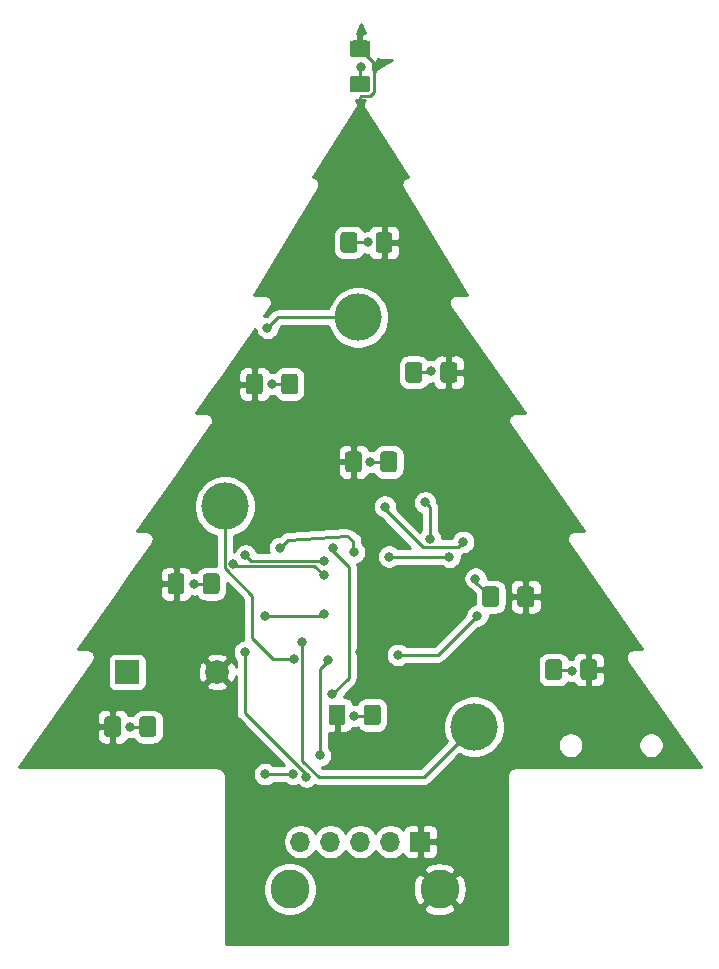
<source format=gbr>
%TF.GenerationSoftware,KiCad,Pcbnew,(5.1.10)-1*%
%TF.CreationDate,2021-11-23T17:51:28-05:00*%
%TF.ProjectId,Electronics Club,456c6563-7472-46f6-9e69-637320436c75,rev?*%
%TF.SameCoordinates,Original*%
%TF.FileFunction,Copper,L1,Top*%
%TF.FilePolarity,Positive*%
%FSLAX46Y46*%
G04 Gerber Fmt 4.6, Leading zero omitted, Abs format (unit mm)*
G04 Created by KiCad (PCBNEW (5.1.10)-1) date 2021-11-23 17:51:28*
%MOMM*%
%LPD*%
G01*
G04 APERTURE LIST*
%TA.AperFunction,ComponentPad*%
%ADD10C,3.300000*%
%TD*%
%TA.AperFunction,ComponentPad*%
%ADD11R,2.000000X2.000000*%
%TD*%
%TA.AperFunction,ComponentPad*%
%ADD12C,2.000000*%
%TD*%
%TA.AperFunction,SMDPad,CuDef*%
%ADD13C,4.000000*%
%TD*%
%TA.AperFunction,ComponentPad*%
%ADD14R,1.700000X1.700000*%
%TD*%
%TA.AperFunction,ComponentPad*%
%ADD15O,1.700000X1.700000*%
%TD*%
%TA.AperFunction,ViaPad*%
%ADD16C,0.800000*%
%TD*%
%TA.AperFunction,Conductor*%
%ADD17C,0.250000*%
%TD*%
%TA.AperFunction,Conductor*%
%ADD18C,0.254000*%
%TD*%
%TA.AperFunction,Conductor*%
%ADD19C,0.100000*%
%TD*%
G04 APERTURE END LIST*
D10*
%TO.P,BT1,1*%
%TO.N,Net-(BT1-Pad1)*%
X176009300Y-127774700D03*
%TO.P,BT1,2*%
%TO.N,GND*%
X188709300Y-127774700D03*
%TD*%
D11*
%TO.P,BZ1,1*%
%TO.N,Net-(BZ1-Pad1)*%
X162255200Y-109372400D03*
D12*
%TO.P,BZ1,2*%
%TO.N,GND*%
X169855200Y-109372400D03*
%TD*%
%TO.P,D1,1*%
%TO.N,GND*%
%TA.AperFunction,SMDPad,CuDef*%
G36*
G01*
X181340600Y-55900900D02*
X182590600Y-55900900D01*
G75*
G02*
X182840600Y-56150900I0J-250000D01*
G01*
X182840600Y-57075900D01*
G75*
G02*
X182590600Y-57325900I-250000J0D01*
G01*
X181340600Y-57325900D01*
G75*
G02*
X181090600Y-57075900I0J250000D01*
G01*
X181090600Y-56150900D01*
G75*
G02*
X181340600Y-55900900I250000J0D01*
G01*
G37*
%TD.AperFunction*%
%TO.P,D1,2*%
%TO.N,Net-(D1-Pad2)*%
%TA.AperFunction,SMDPad,CuDef*%
G36*
G01*
X181340600Y-58875900D02*
X182590600Y-58875900D01*
G75*
G02*
X182840600Y-59125900I0J-250000D01*
G01*
X182840600Y-60050900D01*
G75*
G02*
X182590600Y-60300900I-250000J0D01*
G01*
X181340600Y-60300900D01*
G75*
G02*
X181090600Y-60050900I0J250000D01*
G01*
X181090600Y-59125900D01*
G75*
G02*
X181340600Y-58875900I250000J0D01*
G01*
G37*
%TD.AperFunction*%
%TD*%
%TO.P,D2,2*%
%TO.N,Net-(D2-Pad2)*%
%TA.AperFunction,SMDPad,CuDef*%
G36*
G01*
X163287500Y-114625000D02*
X163287500Y-113375000D01*
G75*
G02*
X163537500Y-113125000I250000J0D01*
G01*
X164462500Y-113125000D01*
G75*
G02*
X164712500Y-113375000I0J-250000D01*
G01*
X164712500Y-114625000D01*
G75*
G02*
X164462500Y-114875000I-250000J0D01*
G01*
X163537500Y-114875000D01*
G75*
G02*
X163287500Y-114625000I0J250000D01*
G01*
G37*
%TD.AperFunction*%
%TO.P,D2,1*%
%TO.N,GND*%
%TA.AperFunction,SMDPad,CuDef*%
G36*
G01*
X160312500Y-114625000D02*
X160312500Y-113375000D01*
G75*
G02*
X160562500Y-113125000I250000J0D01*
G01*
X161487500Y-113125000D01*
G75*
G02*
X161737500Y-113375000I0J-250000D01*
G01*
X161737500Y-114625000D01*
G75*
G02*
X161487500Y-114875000I-250000J0D01*
G01*
X160562500Y-114875000D01*
G75*
G02*
X160312500Y-114625000I0J250000D01*
G01*
G37*
%TD.AperFunction*%
%TD*%
%TO.P,D3,1*%
%TO.N,GND*%
%TA.AperFunction,SMDPad,CuDef*%
G36*
G01*
X172312500Y-85625000D02*
X172312500Y-84375000D01*
G75*
G02*
X172562500Y-84125000I250000J0D01*
G01*
X173487500Y-84125000D01*
G75*
G02*
X173737500Y-84375000I0J-250000D01*
G01*
X173737500Y-85625000D01*
G75*
G02*
X173487500Y-85875000I-250000J0D01*
G01*
X172562500Y-85875000D01*
G75*
G02*
X172312500Y-85625000I0J250000D01*
G01*
G37*
%TD.AperFunction*%
%TO.P,D3,2*%
%TO.N,Net-(D3-Pad2)*%
%TA.AperFunction,SMDPad,CuDef*%
G36*
G01*
X175287500Y-85625000D02*
X175287500Y-84375000D01*
G75*
G02*
X175537500Y-84125000I250000J0D01*
G01*
X176462500Y-84125000D01*
G75*
G02*
X176712500Y-84375000I0J-250000D01*
G01*
X176712500Y-85625000D01*
G75*
G02*
X176462500Y-85875000I-250000J0D01*
G01*
X175537500Y-85875000D01*
G75*
G02*
X175287500Y-85625000I0J250000D01*
G01*
G37*
%TD.AperFunction*%
%TD*%
%TO.P,D4,2*%
%TO.N,Net-(D4-Pad2)*%
%TA.AperFunction,SMDPad,CuDef*%
G36*
G01*
X193737500Y-102375000D02*
X193737500Y-103625000D01*
G75*
G02*
X193487500Y-103875000I-250000J0D01*
G01*
X192562500Y-103875000D01*
G75*
G02*
X192312500Y-103625000I0J250000D01*
G01*
X192312500Y-102375000D01*
G75*
G02*
X192562500Y-102125000I250000J0D01*
G01*
X193487500Y-102125000D01*
G75*
G02*
X193737500Y-102375000I0J-250000D01*
G01*
G37*
%TD.AperFunction*%
%TO.P,D4,1*%
%TO.N,GND*%
%TA.AperFunction,SMDPad,CuDef*%
G36*
G01*
X196712500Y-102375000D02*
X196712500Y-103625000D01*
G75*
G02*
X196462500Y-103875000I-250000J0D01*
G01*
X195537500Y-103875000D01*
G75*
G02*
X195287500Y-103625000I0J250000D01*
G01*
X195287500Y-102375000D01*
G75*
G02*
X195537500Y-102125000I250000J0D01*
G01*
X196462500Y-102125000D01*
G75*
G02*
X196712500Y-102375000I0J-250000D01*
G01*
G37*
%TD.AperFunction*%
%TD*%
%TO.P,D5,1*%
%TO.N,GND*%
%TA.AperFunction,SMDPad,CuDef*%
G36*
G01*
X180700100Y-92202600D02*
X180700100Y-90952600D01*
G75*
G02*
X180950100Y-90702600I250000J0D01*
G01*
X181875100Y-90702600D01*
G75*
G02*
X182125100Y-90952600I0J-250000D01*
G01*
X182125100Y-92202600D01*
G75*
G02*
X181875100Y-92452600I-250000J0D01*
G01*
X180950100Y-92452600D01*
G75*
G02*
X180700100Y-92202600I0J250000D01*
G01*
G37*
%TD.AperFunction*%
%TO.P,D5,2*%
%TO.N,Net-(D5-Pad2)*%
%TA.AperFunction,SMDPad,CuDef*%
G36*
G01*
X183675100Y-92202600D02*
X183675100Y-90952600D01*
G75*
G02*
X183925100Y-90702600I250000J0D01*
G01*
X184850100Y-90702600D01*
G75*
G02*
X185100100Y-90952600I0J-250000D01*
G01*
X185100100Y-92202600D01*
G75*
G02*
X184850100Y-92452600I-250000J0D01*
G01*
X183925100Y-92452600D01*
G75*
G02*
X183675100Y-92202600I0J250000D01*
G01*
G37*
%TD.AperFunction*%
%TD*%
%TO.P,D6,2*%
%TO.N,Net-(D6-Pad2)*%
%TA.AperFunction,SMDPad,CuDef*%
G36*
G01*
X199072200Y-108544200D02*
X199072200Y-109794200D01*
G75*
G02*
X198822200Y-110044200I-250000J0D01*
G01*
X197897200Y-110044200D01*
G75*
G02*
X197647200Y-109794200I0J250000D01*
G01*
X197647200Y-108544200D01*
G75*
G02*
X197897200Y-108294200I250000J0D01*
G01*
X198822200Y-108294200D01*
G75*
G02*
X199072200Y-108544200I0J-250000D01*
G01*
G37*
%TD.AperFunction*%
%TO.P,D6,1*%
%TO.N,GND*%
%TA.AperFunction,SMDPad,CuDef*%
G36*
G01*
X202047200Y-108544200D02*
X202047200Y-109794200D01*
G75*
G02*
X201797200Y-110044200I-250000J0D01*
G01*
X200872200Y-110044200D01*
G75*
G02*
X200622200Y-109794200I0J250000D01*
G01*
X200622200Y-108544200D01*
G75*
G02*
X200872200Y-108294200I250000J0D01*
G01*
X201797200Y-108294200D01*
G75*
G02*
X202047200Y-108544200I0J-250000D01*
G01*
G37*
%TD.AperFunction*%
%TD*%
%TO.P,D7,1*%
%TO.N,GND*%
%TA.AperFunction,SMDPad,CuDef*%
G36*
G01*
X165679700Y-102529800D02*
X165679700Y-101279800D01*
G75*
G02*
X165929700Y-101029800I250000J0D01*
G01*
X166854700Y-101029800D01*
G75*
G02*
X167104700Y-101279800I0J-250000D01*
G01*
X167104700Y-102529800D01*
G75*
G02*
X166854700Y-102779800I-250000J0D01*
G01*
X165929700Y-102779800D01*
G75*
G02*
X165679700Y-102529800I0J250000D01*
G01*
G37*
%TD.AperFunction*%
%TO.P,D7,2*%
%TO.N,Net-(D7-Pad2)*%
%TA.AperFunction,SMDPad,CuDef*%
G36*
G01*
X168654700Y-102529800D02*
X168654700Y-101279800D01*
G75*
G02*
X168904700Y-101029800I250000J0D01*
G01*
X169829700Y-101029800D01*
G75*
G02*
X170079700Y-101279800I0J-250000D01*
G01*
X170079700Y-102529800D01*
G75*
G02*
X169829700Y-102779800I-250000J0D01*
G01*
X168904700Y-102779800D01*
G75*
G02*
X168654700Y-102529800I0J250000D01*
G01*
G37*
%TD.AperFunction*%
%TD*%
%TO.P,D8,2*%
%TO.N,Net-(D8-Pad2)*%
%TA.AperFunction,SMDPad,CuDef*%
G36*
G01*
X181737500Y-72375000D02*
X181737500Y-73625000D01*
G75*
G02*
X181487500Y-73875000I-250000J0D01*
G01*
X180562500Y-73875000D01*
G75*
G02*
X180312500Y-73625000I0J250000D01*
G01*
X180312500Y-72375000D01*
G75*
G02*
X180562500Y-72125000I250000J0D01*
G01*
X181487500Y-72125000D01*
G75*
G02*
X181737500Y-72375000I0J-250000D01*
G01*
G37*
%TD.AperFunction*%
%TO.P,D8,1*%
%TO.N,GND*%
%TA.AperFunction,SMDPad,CuDef*%
G36*
G01*
X184712500Y-72375000D02*
X184712500Y-73625000D01*
G75*
G02*
X184462500Y-73875000I-250000J0D01*
G01*
X183537500Y-73875000D01*
G75*
G02*
X183287500Y-73625000I0J250000D01*
G01*
X183287500Y-72375000D01*
G75*
G02*
X183537500Y-72125000I250000J0D01*
G01*
X184462500Y-72125000D01*
G75*
G02*
X184712500Y-72375000I0J-250000D01*
G01*
G37*
%TD.AperFunction*%
%TD*%
%TO.P,D9,1*%
%TO.N,GND*%
%TA.AperFunction,SMDPad,CuDef*%
G36*
G01*
X190200000Y-83375000D02*
X190200000Y-84625000D01*
G75*
G02*
X189950000Y-84875000I-250000J0D01*
G01*
X189025000Y-84875000D01*
G75*
G02*
X188775000Y-84625000I0J250000D01*
G01*
X188775000Y-83375000D01*
G75*
G02*
X189025000Y-83125000I250000J0D01*
G01*
X189950000Y-83125000D01*
G75*
G02*
X190200000Y-83375000I0J-250000D01*
G01*
G37*
%TD.AperFunction*%
%TO.P,D9,2*%
%TO.N,Net-(D9-Pad2)*%
%TA.AperFunction,SMDPad,CuDef*%
G36*
G01*
X187225000Y-83375000D02*
X187225000Y-84625000D01*
G75*
G02*
X186975000Y-84875000I-250000J0D01*
G01*
X186050000Y-84875000D01*
G75*
G02*
X185800000Y-84625000I0J250000D01*
G01*
X185800000Y-83375000D01*
G75*
G02*
X186050000Y-83125000I250000J0D01*
G01*
X186975000Y-83125000D01*
G75*
G02*
X187225000Y-83375000I0J-250000D01*
G01*
G37*
%TD.AperFunction*%
%TD*%
%TO.P,D10,2*%
%TO.N,Net-(D10-Pad2)*%
%TA.AperFunction,SMDPad,CuDef*%
G36*
G01*
X182287500Y-113625000D02*
X182287500Y-112375000D01*
G75*
G02*
X182537500Y-112125000I250000J0D01*
G01*
X183462500Y-112125000D01*
G75*
G02*
X183712500Y-112375000I0J-250000D01*
G01*
X183712500Y-113625000D01*
G75*
G02*
X183462500Y-113875000I-250000J0D01*
G01*
X182537500Y-113875000D01*
G75*
G02*
X182287500Y-113625000I0J250000D01*
G01*
G37*
%TD.AperFunction*%
%TO.P,D10,1*%
%TO.N,GND*%
%TA.AperFunction,SMDPad,CuDef*%
G36*
G01*
X179312500Y-113625000D02*
X179312500Y-112375000D01*
G75*
G02*
X179562500Y-112125000I250000J0D01*
G01*
X180487500Y-112125000D01*
G75*
G02*
X180737500Y-112375000I0J-250000D01*
G01*
X180737500Y-113625000D01*
G75*
G02*
X180487500Y-113875000I-250000J0D01*
G01*
X179562500Y-113875000D01*
G75*
G02*
X179312500Y-113625000I0J250000D01*
G01*
G37*
%TD.AperFunction*%
%TD*%
D13*
%TO.P,TP1,1*%
%TO.N,/D14*%
X181813200Y-79349600D03*
%TD*%
%TO.P,TP2,1*%
%TO.N,/D15*%
X170510200Y-95351600D03*
%TD*%
%TO.P,TP3,1*%
%TO.N,/D16*%
X191643000Y-113995200D03*
%TD*%
D14*
%TO.P,J1,1*%
%TO.N,GND*%
X187083700Y-123736100D03*
D15*
%TO.P,J1,2*%
%TO.N,VCC*%
X184543700Y-123736100D03*
%TO.P,J1,3*%
%TO.N,/328_TX*%
X182003700Y-123736100D03*
%TO.P,J1,4*%
%TO.N,/328_RX*%
X179463700Y-123736100D03*
%TO.P,J1,5*%
%TO.N,/RESET*%
X176923700Y-123736100D03*
%TD*%
D16*
%TO.N,GND*%
X183502300Y-69303900D03*
X176987200Y-75590400D03*
X196811900Y-92773500D03*
X200621900Y-102108000D03*
X209410300Y-116446300D03*
X155384500Y-116217700D03*
X160578800Y-106400600D03*
X165138100Y-96469200D03*
X181279800Y-117170200D03*
X186182000Y-117221000D03*
X181965600Y-107645200D03*
X178943000Y-91986100D03*
%TO.N,+5V*%
X191897000Y-104597200D03*
X185166000Y-107924600D03*
X190703200Y-98361500D03*
X184069740Y-95363200D03*
%TO.N,Net-(D1-Pad2)*%
X182016400Y-58166000D03*
%TO.N,Net-(D2-Pad2)*%
X162509200Y-114046000D03*
%TO.N,Net-(D3-Pad2)*%
X174498000Y-84988400D03*
%TO.N,Net-(D4-Pad2)*%
X191744600Y-101460300D03*
%TO.N,Net-(D5-Pad2)*%
X182829200Y-91592400D03*
%TO.N,Net-(D6-Pad2)*%
X199898000Y-109270800D03*
%TO.N,Net-(D7-Pad2)*%
X167944800Y-101955600D03*
%TO.N,Net-(D8-Pad2)*%
X182626000Y-72999600D03*
%TO.N,Net-(D9-Pad2)*%
X187960000Y-83921600D03*
%TO.N,Net-(D10-Pad2)*%
X181457600Y-113080800D03*
%TO.N,/D11MOSI*%
X178892200Y-101193600D03*
X171246800Y-100253800D03*
%TO.N,/D10*%
X173925400Y-118008400D03*
X176326800Y-118008400D03*
%TO.N,/D9*%
X178903800Y-99949000D03*
X172262800Y-99491800D03*
%TO.N,/D7*%
X187883800Y-98075000D03*
X187485447Y-95004047D03*
%TO.N,/D6*%
X184422800Y-99600000D03*
X189534800Y-99618800D03*
%TO.N,/D5*%
X175209200Y-98856800D03*
X181457600Y-99212400D03*
%TO.N,/D2*%
X179628800Y-111252000D03*
X179679600Y-98907600D03*
%TO.N,/D12MISO*%
X173888400Y-104648000D03*
X178903800Y-104449998D03*
%TO.N,/D14*%
X174117000Y-80238600D03*
X172212000Y-107696000D03*
X177419000Y-118237000D03*
X178562000Y-116433600D03*
X179273200Y-108393400D03*
%TO.N,/D15*%
X176352200Y-108254800D03*
%TO.N,/D16*%
X177088800Y-106832400D03*
%TD*%
D17*
%TO.N,GND*%
X183165610Y-57813410D02*
X183165610Y-60289080D01*
X181965600Y-56613400D02*
X183165610Y-57813410D01*
X182828780Y-60625910D02*
X182083790Y-60625910D01*
X183165610Y-60289080D02*
X182828780Y-60625910D01*
X182083790Y-60625910D02*
X182003700Y-60706000D01*
X182003700Y-60706000D02*
X182003700Y-63398400D01*
%TO.N,+5V*%
X191897000Y-104597200D02*
X188569600Y-107924600D01*
X188569600Y-107924600D02*
X185166000Y-107924600D01*
X190264699Y-98800001D02*
X187268201Y-98800001D01*
X190703200Y-98361500D02*
X190264699Y-98800001D01*
X184069740Y-95601540D02*
X184069740Y-95363200D01*
X187268201Y-98800001D02*
X184069740Y-95601540D01*
%TO.N,Net-(D1-Pad2)*%
X181965600Y-58216800D02*
X182016400Y-58166000D01*
X181965600Y-59588400D02*
X181965600Y-58216800D01*
%TO.N,Net-(D2-Pad2)*%
X162555200Y-114000000D02*
X162509200Y-114046000D01*
X164000000Y-114000000D02*
X162555200Y-114000000D01*
%TO.N,Net-(D3-Pad2)*%
X174509600Y-85000000D02*
X174498000Y-84988400D01*
X176000000Y-85000000D02*
X174509600Y-85000000D01*
%TO.N,Net-(D4-Pad2)*%
X191744600Y-101719600D02*
X193025000Y-103000000D01*
X191744600Y-101460300D02*
X191744600Y-101719600D01*
%TO.N,Net-(D5-Pad2)*%
X184372800Y-91592400D02*
X184387600Y-91577600D01*
X182829200Y-91592400D02*
X184372800Y-91592400D01*
%TO.N,Net-(D6-Pad2)*%
X199796400Y-109169200D02*
X199898000Y-109270800D01*
X198359700Y-109169200D02*
X199796400Y-109169200D01*
%TO.N,Net-(D7-Pad2)*%
X167995600Y-101904800D02*
X167944800Y-101955600D01*
X169367200Y-101904800D02*
X167995600Y-101904800D01*
%TO.N,Net-(D8-Pad2)*%
X182625600Y-73000000D02*
X182626000Y-72999600D01*
X181025000Y-73000000D02*
X182625600Y-73000000D01*
%TO.N,Net-(D9-Pad2)*%
X187881600Y-84000000D02*
X187960000Y-83921600D01*
X186512500Y-84000000D02*
X187881600Y-84000000D01*
%TO.N,Net-(D10-Pad2)*%
X183000000Y-113000000D02*
X183000000Y-112960800D01*
X182880000Y-113080800D02*
X181457600Y-113080800D01*
X183000000Y-112960800D02*
X182880000Y-113080800D01*
%TO.N,/D11MOSI*%
X178892200Y-101193600D02*
X178097610Y-100399010D01*
X178097610Y-100399010D02*
X171392010Y-100399010D01*
X171392010Y-100399010D02*
X171246800Y-100253800D01*
%TO.N,/D10*%
X173925400Y-118008400D02*
X176326800Y-118008400D01*
%TO.N,/D9*%
X178903800Y-99949000D02*
X172720000Y-99949000D01*
X172720000Y-99949000D02*
X172262800Y-99491800D01*
%TO.N,/D7*%
X187883800Y-98075000D02*
X187883800Y-95402400D01*
X187883800Y-95402400D02*
X187485447Y-95004047D01*
%TO.N,/D6*%
X184422800Y-99600000D02*
X189477400Y-99600000D01*
X189516000Y-99600000D02*
X189534800Y-99618800D01*
X189477400Y-99600000D02*
X189516000Y-99600000D01*
%TO.N,/D5*%
X180848000Y-97891600D02*
X181406800Y-98270398D01*
X175883401Y-98182599D02*
X180848000Y-97891600D01*
X175209200Y-98856800D02*
X175883401Y-98182599D01*
X181406800Y-98270398D02*
X181406800Y-98247200D01*
X181406800Y-98247200D02*
X181356000Y-98298000D01*
X181356000Y-99110800D02*
X181457600Y-99212400D01*
X181356000Y-98298000D02*
X181356000Y-99110800D01*
%TO.N,/D2*%
X179628800Y-98958400D02*
X179679600Y-98907600D01*
X179628800Y-111252000D02*
X181000400Y-109880400D01*
X181000400Y-109880400D02*
X181000400Y-100457000D01*
X179679600Y-99136200D02*
X179679600Y-98907600D01*
X181000400Y-100457000D02*
X179679600Y-99136200D01*
%TO.N,/D12MISO*%
X173888400Y-104648000D02*
X178816000Y-104648000D01*
X178903800Y-104560200D02*
X178903800Y-104449998D01*
X178816000Y-104648000D02*
X178903800Y-104560200D01*
%TO.N,/D14*%
X181813200Y-79349600D02*
X175006000Y-79349600D01*
X175006000Y-79349600D02*
X174117000Y-80238600D01*
X172212000Y-112820598D02*
X177342800Y-117951398D01*
X172212000Y-107696000D02*
X172212000Y-112820598D01*
X177342800Y-118160800D02*
X177419000Y-118237000D01*
X177342800Y-117951398D02*
X177342800Y-118160800D01*
X178562000Y-116433600D02*
X178562000Y-110566200D01*
X178562000Y-110566200D02*
X178562000Y-109143800D01*
X179273200Y-108432600D02*
X179273200Y-108393400D01*
X178562000Y-109143800D02*
X179273200Y-108432600D01*
%TO.N,/D15*%
X170510200Y-100590202D02*
X172821600Y-102901602D01*
X170510200Y-95351600D02*
X170510200Y-100590202D01*
X172821600Y-102901602D02*
X172821600Y-106502200D01*
X172821600Y-106502200D02*
X174574200Y-108254800D01*
X174574200Y-108254800D02*
X176352200Y-108254800D01*
%TO.N,/D16*%
X191643000Y-113995200D02*
X187401200Y-118237000D01*
X187401200Y-118237000D02*
X178460400Y-118237000D01*
X178460400Y-118237000D02*
X177088800Y-116865400D01*
X177088800Y-116865400D02*
X177088800Y-106832400D01*
%TD*%
D18*
%TO.N,GND*%
X182356647Y-60950314D02*
X182335224Y-60975490D01*
X182319590Y-61003526D01*
X182301243Y-61029872D01*
X182288007Y-61060165D01*
X182271906Y-61089038D01*
X182262041Y-61119589D01*
X182249188Y-61149005D01*
X182242115Y-61181300D01*
X182231958Y-61212757D01*
X182228243Y-61244642D01*
X182221375Y-61276003D01*
X182220739Y-61309057D01*
X182216913Y-61341892D01*
X182219490Y-61373889D01*
X182218872Y-61405986D01*
X182224696Y-61438527D01*
X182227350Y-61471480D01*
X182236121Y-61502363D01*
X182241776Y-61533961D01*
X182253836Y-61564738D01*
X182262868Y-61596542D01*
X182277497Y-61625124D01*
X182289207Y-61655009D01*
X182307036Y-61682837D01*
X182307260Y-61683275D01*
X182325038Y-61710935D01*
X182359341Y-61764477D01*
X182359670Y-61764819D01*
X185996427Y-67423185D01*
X185954017Y-67436050D01*
X185905632Y-67448347D01*
X185891935Y-67454883D01*
X185877407Y-67459290D01*
X185833354Y-67482837D01*
X185788297Y-67504337D01*
X185776141Y-67513417D01*
X185762750Y-67520575D01*
X185724133Y-67552268D01*
X185684140Y-67582142D01*
X185673989Y-67593420D01*
X185662252Y-67603052D01*
X185630561Y-67641668D01*
X185597164Y-67678771D01*
X185589409Y-67691811D01*
X185579775Y-67703550D01*
X185556226Y-67747607D01*
X185530710Y-67790512D01*
X185525647Y-67804817D01*
X185518490Y-67818207D01*
X185503987Y-67866016D01*
X185487333Y-67913071D01*
X185485159Y-67928084D01*
X185480750Y-67942617D01*
X185475854Y-67992332D01*
X185468698Y-68041738D01*
X185469495Y-68056894D01*
X185468007Y-68072000D01*
X185472902Y-68121705D01*
X185475524Y-68171565D01*
X185479262Y-68186272D01*
X185480750Y-68201383D01*
X185495250Y-68249183D01*
X185507547Y-68297568D01*
X185514083Y-68311265D01*
X185518490Y-68325793D01*
X185542038Y-68369848D01*
X185549508Y-68385503D01*
X185557302Y-68398406D01*
X185579775Y-68440450D01*
X185590854Y-68453950D01*
X191006652Y-77419600D01*
X190168404Y-77419600D01*
X190127547Y-77416622D01*
X190071401Y-77423597D01*
X190015017Y-77429150D01*
X190006916Y-77431607D01*
X189998531Y-77432649D01*
X189944812Y-77450447D01*
X189890607Y-77466890D01*
X189883148Y-77470877D01*
X189875119Y-77473537D01*
X189825891Y-77501481D01*
X189775950Y-77528175D01*
X189769409Y-77533543D01*
X189762056Y-77537717D01*
X189719227Y-77574726D01*
X189675452Y-77610652D01*
X189670086Y-77617191D01*
X189663686Y-77622721D01*
X189628910Y-77667363D01*
X189592975Y-77711150D01*
X189588984Y-77718617D01*
X189583791Y-77725283D01*
X189558400Y-77775837D01*
X189531690Y-77825807D01*
X189529233Y-77833906D01*
X189525439Y-77841460D01*
X189510396Y-77896003D01*
X189493950Y-77950217D01*
X189493120Y-77958641D01*
X189490873Y-77966789D01*
X189486760Y-78023222D01*
X189481207Y-78079600D01*
X189482037Y-78088022D01*
X189481422Y-78096453D01*
X189488397Y-78152598D01*
X189493950Y-78208983D01*
X189496407Y-78217084D01*
X189497449Y-78225469D01*
X189515247Y-78279188D01*
X189531690Y-78333393D01*
X189535677Y-78340852D01*
X189538337Y-78348881D01*
X189566277Y-78398100D01*
X189592975Y-78448050D01*
X189618977Y-78479734D01*
X195932163Y-87427200D01*
X195198732Y-87427200D01*
X195158999Y-87424168D01*
X195101702Y-87431088D01*
X195044217Y-87436750D01*
X195037199Y-87438879D01*
X195029929Y-87439757D01*
X194975088Y-87457720D01*
X194919807Y-87474490D01*
X194913342Y-87477946D01*
X194906380Y-87480226D01*
X194856089Y-87508548D01*
X194805150Y-87535775D01*
X194799483Y-87540426D01*
X194793099Y-87544021D01*
X194749298Y-87581612D01*
X194704652Y-87618252D01*
X194700001Y-87623920D01*
X194694441Y-87628691D01*
X194658826Y-87674090D01*
X194622175Y-87718750D01*
X194618717Y-87725219D01*
X194614198Y-87730980D01*
X194588122Y-87782460D01*
X194560890Y-87833407D01*
X194558762Y-87840421D01*
X194555451Y-87846958D01*
X194539918Y-87902540D01*
X194523150Y-87957817D01*
X194522431Y-87965117D01*
X194520460Y-87972170D01*
X194516069Y-88029712D01*
X194510407Y-88087200D01*
X194511126Y-88094495D01*
X194510568Y-88101801D01*
X194517488Y-88159097D01*
X194523150Y-88216583D01*
X194525279Y-88223601D01*
X194526157Y-88230871D01*
X194544120Y-88285712D01*
X194560890Y-88340993D01*
X194564346Y-88347458D01*
X194566626Y-88354420D01*
X194594945Y-88404707D01*
X194622175Y-88455650D01*
X194647464Y-88486464D01*
X200915840Y-97434800D01*
X200178259Y-97434800D01*
X200139662Y-97431722D01*
X200081218Y-97438578D01*
X200022617Y-97444350D01*
X200016687Y-97446149D01*
X200010540Y-97446870D01*
X199954551Y-97464998D01*
X199898207Y-97482090D01*
X199892746Y-97485009D01*
X199886853Y-97486917D01*
X199835491Y-97515612D01*
X199783550Y-97543375D01*
X199778757Y-97547309D01*
X199773356Y-97550326D01*
X199728593Y-97588478D01*
X199683052Y-97625852D01*
X199679121Y-97630642D01*
X199674409Y-97634658D01*
X199637948Y-97680812D01*
X199600575Y-97726350D01*
X199597652Y-97731819D01*
X199593817Y-97736673D01*
X199567062Y-97789049D01*
X199539290Y-97841007D01*
X199537491Y-97846937D01*
X199534675Y-97852450D01*
X199518654Y-97909032D01*
X199501550Y-97965417D01*
X199500942Y-97971590D01*
X199499257Y-97977541D01*
X199494582Y-98036170D01*
X199488807Y-98094800D01*
X199489414Y-98100965D01*
X199488922Y-98107138D01*
X199495778Y-98165581D01*
X199501550Y-98224183D01*
X199503349Y-98230113D01*
X199504070Y-98236260D01*
X199522198Y-98292249D01*
X199539290Y-98348593D01*
X199542209Y-98354054D01*
X199544117Y-98359947D01*
X199572814Y-98411313D01*
X199600575Y-98463250D01*
X199625149Y-98493193D01*
X205848708Y-107442400D01*
X205156659Y-107442400D01*
X205118062Y-107439322D01*
X205059618Y-107446178D01*
X205001017Y-107451950D01*
X204995087Y-107453749D01*
X204988940Y-107454470D01*
X204932951Y-107472598D01*
X204876607Y-107489690D01*
X204871146Y-107492609D01*
X204865253Y-107494517D01*
X204813891Y-107523212D01*
X204761950Y-107550975D01*
X204757157Y-107554909D01*
X204751756Y-107557926D01*
X204706993Y-107596078D01*
X204661452Y-107633452D01*
X204657521Y-107638242D01*
X204652809Y-107642258D01*
X204616348Y-107688412D01*
X204578975Y-107733950D01*
X204576052Y-107739419D01*
X204572217Y-107744273D01*
X204545462Y-107796649D01*
X204517690Y-107848607D01*
X204515891Y-107854537D01*
X204513075Y-107860050D01*
X204497054Y-107916632D01*
X204479950Y-107973017D01*
X204479342Y-107979190D01*
X204477657Y-107985141D01*
X204472982Y-108043770D01*
X204467207Y-108102400D01*
X204467814Y-108108565D01*
X204467322Y-108114738D01*
X204474178Y-108173181D01*
X204479950Y-108231783D01*
X204481749Y-108237713D01*
X204482470Y-108243860D01*
X204500598Y-108299849D01*
X204517690Y-108356193D01*
X204520609Y-108361654D01*
X204522517Y-108367547D01*
X204551214Y-108418913D01*
X204578975Y-108470850D01*
X204603549Y-108500793D01*
X210827108Y-117450000D01*
X195104419Y-117450000D01*
X195072000Y-117446807D01*
X195039581Y-117450000D01*
X194942617Y-117459550D01*
X194818207Y-117497290D01*
X194703550Y-117558575D01*
X194603052Y-117641052D01*
X194520575Y-117741550D01*
X194459290Y-117856207D01*
X194421550Y-117980617D01*
X194408807Y-118110000D01*
X194412001Y-118142429D01*
X194412000Y-132436000D01*
X170586000Y-132436000D01*
X170586000Y-127549647D01*
X173724300Y-127549647D01*
X173724300Y-127999753D01*
X173812111Y-128441210D01*
X173984359Y-128857053D01*
X174234425Y-129231303D01*
X174552697Y-129549575D01*
X174926947Y-129799641D01*
X175342790Y-129971889D01*
X175784247Y-130059700D01*
X176234353Y-130059700D01*
X176675810Y-129971889D01*
X177091653Y-129799641D01*
X177465903Y-129549575D01*
X177642343Y-129373135D01*
X187290470Y-129373135D01*
X187464523Y-129704054D01*
X187864840Y-129909825D01*
X188297608Y-130033546D01*
X188746198Y-130070459D01*
X189193370Y-130019149D01*
X189621939Y-129881585D01*
X189954077Y-129704054D01*
X190128130Y-129373135D01*
X188709300Y-127954305D01*
X187290470Y-129373135D01*
X177642343Y-129373135D01*
X177784175Y-129231303D01*
X178034241Y-128857053D01*
X178206489Y-128441210D01*
X178294300Y-127999753D01*
X178294300Y-127811598D01*
X186413541Y-127811598D01*
X186464851Y-128258770D01*
X186602415Y-128687339D01*
X186779946Y-129019477D01*
X187110865Y-129193530D01*
X188529695Y-127774700D01*
X188888905Y-127774700D01*
X190307735Y-129193530D01*
X190638654Y-129019477D01*
X190844425Y-128619160D01*
X190968146Y-128186392D01*
X191005059Y-127737802D01*
X190953749Y-127290630D01*
X190816185Y-126862061D01*
X190638654Y-126529923D01*
X190307735Y-126355870D01*
X188888905Y-127774700D01*
X188529695Y-127774700D01*
X187110865Y-126355870D01*
X186779946Y-126529923D01*
X186574175Y-126930240D01*
X186450454Y-127363008D01*
X186413541Y-127811598D01*
X178294300Y-127811598D01*
X178294300Y-127549647D01*
X178206489Y-127108190D01*
X178034241Y-126692347D01*
X177784175Y-126318097D01*
X177642343Y-126176265D01*
X187290470Y-126176265D01*
X188709300Y-127595095D01*
X190128130Y-126176265D01*
X189954077Y-125845346D01*
X189553760Y-125639575D01*
X189120992Y-125515854D01*
X188672402Y-125478941D01*
X188225230Y-125530251D01*
X187796661Y-125667815D01*
X187464523Y-125845346D01*
X187290470Y-126176265D01*
X177642343Y-126176265D01*
X177465903Y-125999825D01*
X177091653Y-125749759D01*
X176675810Y-125577511D01*
X176234353Y-125489700D01*
X175784247Y-125489700D01*
X175342790Y-125577511D01*
X174926947Y-125749759D01*
X174552697Y-125999825D01*
X174234425Y-126318097D01*
X173984359Y-126692347D01*
X173812111Y-127108190D01*
X173724300Y-127549647D01*
X170586000Y-127549647D01*
X170586000Y-123589840D01*
X175438700Y-123589840D01*
X175438700Y-123882360D01*
X175495768Y-124169258D01*
X175607710Y-124439511D01*
X175770225Y-124682732D01*
X175977068Y-124889575D01*
X176220289Y-125052090D01*
X176490542Y-125164032D01*
X176777440Y-125221100D01*
X177069960Y-125221100D01*
X177356858Y-125164032D01*
X177627111Y-125052090D01*
X177870332Y-124889575D01*
X178077175Y-124682732D01*
X178193700Y-124508340D01*
X178310225Y-124682732D01*
X178517068Y-124889575D01*
X178760289Y-125052090D01*
X179030542Y-125164032D01*
X179317440Y-125221100D01*
X179609960Y-125221100D01*
X179896858Y-125164032D01*
X180167111Y-125052090D01*
X180410332Y-124889575D01*
X180617175Y-124682732D01*
X180733700Y-124508340D01*
X180850225Y-124682732D01*
X181057068Y-124889575D01*
X181300289Y-125052090D01*
X181570542Y-125164032D01*
X181857440Y-125221100D01*
X182149960Y-125221100D01*
X182436858Y-125164032D01*
X182707111Y-125052090D01*
X182950332Y-124889575D01*
X183157175Y-124682732D01*
X183273700Y-124508340D01*
X183390225Y-124682732D01*
X183597068Y-124889575D01*
X183840289Y-125052090D01*
X184110542Y-125164032D01*
X184397440Y-125221100D01*
X184689960Y-125221100D01*
X184976858Y-125164032D01*
X185247111Y-125052090D01*
X185490332Y-124889575D01*
X185622187Y-124757720D01*
X185644198Y-124830280D01*
X185703163Y-124940594D01*
X185782515Y-125037285D01*
X185879206Y-125116637D01*
X185989520Y-125175602D01*
X186109218Y-125211912D01*
X186233700Y-125224172D01*
X186797950Y-125221100D01*
X186956700Y-125062350D01*
X186956700Y-123863100D01*
X187210700Y-123863100D01*
X187210700Y-125062350D01*
X187369450Y-125221100D01*
X187933700Y-125224172D01*
X188058182Y-125211912D01*
X188177880Y-125175602D01*
X188288194Y-125116637D01*
X188384885Y-125037285D01*
X188464237Y-124940594D01*
X188523202Y-124830280D01*
X188559512Y-124710582D01*
X188571772Y-124586100D01*
X188568700Y-124021850D01*
X188409950Y-123863100D01*
X187210700Y-123863100D01*
X186956700Y-123863100D01*
X186936700Y-123863100D01*
X186936700Y-123609100D01*
X186956700Y-123609100D01*
X186956700Y-122409850D01*
X187210700Y-122409850D01*
X187210700Y-123609100D01*
X188409950Y-123609100D01*
X188568700Y-123450350D01*
X188571772Y-122886100D01*
X188559512Y-122761618D01*
X188523202Y-122641920D01*
X188464237Y-122531606D01*
X188384885Y-122434915D01*
X188288194Y-122355563D01*
X188177880Y-122296598D01*
X188058182Y-122260288D01*
X187933700Y-122248028D01*
X187369450Y-122251100D01*
X187210700Y-122409850D01*
X186956700Y-122409850D01*
X186797950Y-122251100D01*
X186233700Y-122248028D01*
X186109218Y-122260288D01*
X185989520Y-122296598D01*
X185879206Y-122355563D01*
X185782515Y-122434915D01*
X185703163Y-122531606D01*
X185644198Y-122641920D01*
X185622187Y-122714480D01*
X185490332Y-122582625D01*
X185247111Y-122420110D01*
X184976858Y-122308168D01*
X184689960Y-122251100D01*
X184397440Y-122251100D01*
X184110542Y-122308168D01*
X183840289Y-122420110D01*
X183597068Y-122582625D01*
X183390225Y-122789468D01*
X183273700Y-122963860D01*
X183157175Y-122789468D01*
X182950332Y-122582625D01*
X182707111Y-122420110D01*
X182436858Y-122308168D01*
X182149960Y-122251100D01*
X181857440Y-122251100D01*
X181570542Y-122308168D01*
X181300289Y-122420110D01*
X181057068Y-122582625D01*
X180850225Y-122789468D01*
X180733700Y-122963860D01*
X180617175Y-122789468D01*
X180410332Y-122582625D01*
X180167111Y-122420110D01*
X179896858Y-122308168D01*
X179609960Y-122251100D01*
X179317440Y-122251100D01*
X179030542Y-122308168D01*
X178760289Y-122420110D01*
X178517068Y-122582625D01*
X178310225Y-122789468D01*
X178193700Y-122963860D01*
X178077175Y-122789468D01*
X177870332Y-122582625D01*
X177627111Y-122420110D01*
X177356858Y-122308168D01*
X177069960Y-122251100D01*
X176777440Y-122251100D01*
X176490542Y-122308168D01*
X176220289Y-122420110D01*
X175977068Y-122582625D01*
X175770225Y-122789468D01*
X175607710Y-123032689D01*
X175495768Y-123302942D01*
X175438700Y-123589840D01*
X170586000Y-123589840D01*
X170586000Y-118142419D01*
X170589193Y-118110000D01*
X170576450Y-117980617D01*
X170538710Y-117856207D01*
X170477425Y-117741550D01*
X170394948Y-117641052D01*
X170294450Y-117558575D01*
X170179793Y-117497290D01*
X170055383Y-117459550D01*
X169958419Y-117450000D01*
X169926000Y-117446807D01*
X169893581Y-117450000D01*
X153063836Y-117450000D01*
X154880714Y-114875000D01*
X159674428Y-114875000D01*
X159686688Y-114999482D01*
X159722998Y-115119180D01*
X159781963Y-115229494D01*
X159861315Y-115326185D01*
X159958006Y-115405537D01*
X160068320Y-115464502D01*
X160188018Y-115500812D01*
X160312500Y-115513072D01*
X160739250Y-115510000D01*
X160898000Y-115351250D01*
X160898000Y-114127000D01*
X159836250Y-114127000D01*
X159677500Y-114285750D01*
X159674428Y-114875000D01*
X154880714Y-114875000D01*
X156115485Y-113125000D01*
X159674428Y-113125000D01*
X159677500Y-113714250D01*
X159836250Y-113873000D01*
X160898000Y-113873000D01*
X160898000Y-112648750D01*
X161152000Y-112648750D01*
X161152000Y-113873000D01*
X161172000Y-113873000D01*
X161172000Y-114127000D01*
X161152000Y-114127000D01*
X161152000Y-115351250D01*
X161310750Y-115510000D01*
X161737500Y-115513072D01*
X161861982Y-115500812D01*
X161981680Y-115464502D01*
X162091994Y-115405537D01*
X162188685Y-115326185D01*
X162268037Y-115229494D01*
X162327002Y-115119180D01*
X162342492Y-115068117D01*
X162407261Y-115081000D01*
X162611139Y-115081000D01*
X162762969Y-115050799D01*
X162799095Y-115118386D01*
X162909538Y-115252962D01*
X163044114Y-115363405D01*
X163197650Y-115445472D01*
X163364246Y-115496008D01*
X163537500Y-115513072D01*
X164462500Y-115513072D01*
X164635754Y-115496008D01*
X164802350Y-115445472D01*
X164955886Y-115363405D01*
X165090462Y-115252962D01*
X165200905Y-115118386D01*
X165282972Y-114964850D01*
X165333508Y-114798254D01*
X165350572Y-114625000D01*
X165350572Y-113375000D01*
X165333508Y-113201746D01*
X165282972Y-113035150D01*
X165200905Y-112881614D01*
X165090462Y-112747038D01*
X164955886Y-112636595D01*
X164802350Y-112554528D01*
X164635754Y-112503992D01*
X164462500Y-112486928D01*
X163537500Y-112486928D01*
X163364246Y-112503992D01*
X163197650Y-112554528D01*
X163044114Y-112636595D01*
X162909538Y-112747038D01*
X162799095Y-112881614D01*
X162718520Y-113032359D01*
X162611139Y-113011000D01*
X162407261Y-113011000D01*
X162365169Y-113019373D01*
X162363312Y-113000518D01*
X162327002Y-112880820D01*
X162268037Y-112770506D01*
X162188685Y-112673815D01*
X162091994Y-112594463D01*
X161981680Y-112535498D01*
X161861982Y-112499188D01*
X161737500Y-112486928D01*
X161310750Y-112490000D01*
X161152000Y-112648750D01*
X160898000Y-112648750D01*
X160739250Y-112490000D01*
X160312500Y-112486928D01*
X160188018Y-112499188D01*
X160068320Y-112535498D01*
X159958006Y-112594463D01*
X159861315Y-112673815D01*
X159781963Y-112770506D01*
X159722998Y-112880820D01*
X159686688Y-113000518D01*
X159674428Y-113125000D01*
X156115485Y-113125000D01*
X159377027Y-108502528D01*
X159403025Y-108470850D01*
X159429714Y-108420918D01*
X159457255Y-108372400D01*
X160617128Y-108372400D01*
X160617128Y-110372400D01*
X160629388Y-110496882D01*
X160665698Y-110616580D01*
X160724663Y-110726894D01*
X160804015Y-110823585D01*
X160900706Y-110902937D01*
X161011020Y-110961902D01*
X161130718Y-110998212D01*
X161255200Y-111010472D01*
X163255200Y-111010472D01*
X163379682Y-110998212D01*
X163499380Y-110961902D01*
X163609694Y-110902937D01*
X163706385Y-110823585D01*
X163785737Y-110726894D01*
X163844702Y-110616580D01*
X163877696Y-110507813D01*
X168899392Y-110507813D01*
X168995156Y-110772214D01*
X169284771Y-110913104D01*
X169596308Y-110994784D01*
X169917795Y-111014118D01*
X170236875Y-110970361D01*
X170541288Y-110865195D01*
X170715244Y-110772214D01*
X170811008Y-110507813D01*
X169855200Y-109552005D01*
X168899392Y-110507813D01*
X163877696Y-110507813D01*
X163881012Y-110496882D01*
X163893272Y-110372400D01*
X163893272Y-109434995D01*
X168213482Y-109434995D01*
X168257239Y-109754075D01*
X168362405Y-110058488D01*
X168455386Y-110232444D01*
X168719787Y-110328208D01*
X169675595Y-109372400D01*
X168719787Y-108416592D01*
X168455386Y-108512356D01*
X168314496Y-108801971D01*
X168232816Y-109113508D01*
X168213482Y-109434995D01*
X163893272Y-109434995D01*
X163893272Y-108372400D01*
X163881012Y-108247918D01*
X163877697Y-108236987D01*
X168899392Y-108236987D01*
X169855200Y-109192795D01*
X170811008Y-108236987D01*
X170715244Y-107972586D01*
X170425629Y-107831696D01*
X170114092Y-107750016D01*
X169792605Y-107730682D01*
X169473525Y-107774439D01*
X169169112Y-107879605D01*
X168995156Y-107972586D01*
X168899392Y-108236987D01*
X163877697Y-108236987D01*
X163844702Y-108128220D01*
X163785737Y-108017906D01*
X163706385Y-107921215D01*
X163609694Y-107841863D01*
X163499380Y-107782898D01*
X163379682Y-107746588D01*
X163255200Y-107734328D01*
X161255200Y-107734328D01*
X161130718Y-107746588D01*
X161011020Y-107782898D01*
X160900706Y-107841863D01*
X160804015Y-107921215D01*
X160724663Y-108017906D01*
X160665698Y-108128220D01*
X160629388Y-108247918D01*
X160617128Y-108372400D01*
X159457255Y-108372400D01*
X159457663Y-108371682D01*
X159460324Y-108363650D01*
X159464310Y-108356193D01*
X159480747Y-108302007D01*
X159498551Y-108248271D01*
X159499593Y-108239882D01*
X159502050Y-108231783D01*
X159507603Y-108175405D01*
X159514578Y-108119254D01*
X159513963Y-108110823D01*
X159514793Y-108102400D01*
X159509240Y-108046021D01*
X159505127Y-107989589D01*
X159502880Y-107981441D01*
X159502050Y-107973017D01*
X159485604Y-107918803D01*
X159470561Y-107864260D01*
X159466767Y-107856706D01*
X159464310Y-107848607D01*
X159437600Y-107798637D01*
X159412209Y-107748083D01*
X159407016Y-107741417D01*
X159403025Y-107733950D01*
X159367090Y-107690163D01*
X159332314Y-107645521D01*
X159325914Y-107639991D01*
X159320548Y-107633452D01*
X159276773Y-107597526D01*
X159233944Y-107560517D01*
X159226591Y-107556343D01*
X159220050Y-107550975D01*
X159170099Y-107524276D01*
X159120880Y-107496337D01*
X159112854Y-107493678D01*
X159105393Y-107489690D01*
X159051183Y-107473245D01*
X158997469Y-107455449D01*
X158989084Y-107454407D01*
X158980983Y-107451950D01*
X158924599Y-107446397D01*
X158868453Y-107439422D01*
X158827596Y-107442400D01*
X158087759Y-107442400D01*
X161353946Y-102779800D01*
X165041628Y-102779800D01*
X165053888Y-102904282D01*
X165090198Y-103023980D01*
X165149163Y-103134294D01*
X165228515Y-103230985D01*
X165325206Y-103310337D01*
X165435520Y-103369302D01*
X165555218Y-103405612D01*
X165679700Y-103417872D01*
X166106450Y-103414800D01*
X166265200Y-103256050D01*
X166265200Y-102031800D01*
X165203450Y-102031800D01*
X165044700Y-102190550D01*
X165041628Y-102779800D01*
X161353946Y-102779800D01*
X162579834Y-101029800D01*
X165041628Y-101029800D01*
X165044700Y-101619050D01*
X165203450Y-101777800D01*
X166265200Y-101777800D01*
X166265200Y-100553550D01*
X166519200Y-100553550D01*
X166519200Y-101777800D01*
X166539200Y-101777800D01*
X166539200Y-102031800D01*
X166519200Y-102031800D01*
X166519200Y-103256050D01*
X166677950Y-103414800D01*
X167104700Y-103417872D01*
X167229182Y-103405612D01*
X167348880Y-103369302D01*
X167459194Y-103310337D01*
X167555885Y-103230985D01*
X167635237Y-103134294D01*
X167694202Y-103023980D01*
X167712211Y-102964612D01*
X167842861Y-102990600D01*
X168046739Y-102990600D01*
X168139062Y-102972236D01*
X168166295Y-103023186D01*
X168276738Y-103157762D01*
X168411314Y-103268205D01*
X168564850Y-103350272D01*
X168731446Y-103400808D01*
X168904700Y-103417872D01*
X169829700Y-103417872D01*
X170002954Y-103400808D01*
X170169550Y-103350272D01*
X170323086Y-103268205D01*
X170457662Y-103157762D01*
X170568105Y-103023186D01*
X170650172Y-102869650D01*
X170700708Y-102703054D01*
X170717772Y-102529800D01*
X170717772Y-101872575D01*
X172061600Y-103216404D01*
X172061601Y-106464868D01*
X172057924Y-106502200D01*
X172072598Y-106651185D01*
X172077538Y-106667469D01*
X171910102Y-106700774D01*
X171721744Y-106778795D01*
X171552226Y-106892063D01*
X171408063Y-107036226D01*
X171294795Y-107205744D01*
X171216774Y-107394102D01*
X171177000Y-107594061D01*
X171177000Y-107797939D01*
X171216774Y-107997898D01*
X171294795Y-108186256D01*
X171408063Y-108355774D01*
X171452000Y-108399711D01*
X171452000Y-108987365D01*
X171347995Y-108686312D01*
X171255014Y-108512356D01*
X170990613Y-108416592D01*
X170034805Y-109372400D01*
X170990613Y-110328208D01*
X171255014Y-110232444D01*
X171395904Y-109942829D01*
X171452000Y-109728871D01*
X171452001Y-112783266D01*
X171448324Y-112820598D01*
X171462998Y-112969583D01*
X171506454Y-113112844D01*
X171577026Y-113244874D01*
X171617716Y-113294454D01*
X171672000Y-113360599D01*
X171700998Y-113384397D01*
X175565000Y-117248400D01*
X174629111Y-117248400D01*
X174585174Y-117204463D01*
X174415656Y-117091195D01*
X174227298Y-117013174D01*
X174027339Y-116973400D01*
X173823461Y-116973400D01*
X173623502Y-117013174D01*
X173435144Y-117091195D01*
X173265626Y-117204463D01*
X173121463Y-117348626D01*
X173008195Y-117518144D01*
X172930174Y-117706502D01*
X172890400Y-117906461D01*
X172890400Y-118110339D01*
X172930174Y-118310298D01*
X173008195Y-118498656D01*
X173121463Y-118668174D01*
X173265626Y-118812337D01*
X173435144Y-118925605D01*
X173623502Y-119003626D01*
X173823461Y-119043400D01*
X174027339Y-119043400D01*
X174227298Y-119003626D01*
X174415656Y-118925605D01*
X174585174Y-118812337D01*
X174629111Y-118768400D01*
X175623089Y-118768400D01*
X175667026Y-118812337D01*
X175836544Y-118925605D01*
X176024902Y-119003626D01*
X176224861Y-119043400D01*
X176428739Y-119043400D01*
X176628698Y-119003626D01*
X176694612Y-118976323D01*
X176759226Y-119040937D01*
X176928744Y-119154205D01*
X177117102Y-119232226D01*
X177317061Y-119272000D01*
X177520939Y-119272000D01*
X177720898Y-119232226D01*
X177909256Y-119154205D01*
X178078774Y-119040937D01*
X178175068Y-118944643D01*
X178311414Y-118986003D01*
X178423067Y-118997000D01*
X178423076Y-118997000D01*
X178460399Y-119000676D01*
X178497722Y-118997000D01*
X187363878Y-118997000D01*
X187401200Y-119000676D01*
X187438522Y-118997000D01*
X187438533Y-118997000D01*
X187550186Y-118986003D01*
X187693447Y-118942546D01*
X187825476Y-118871974D01*
X187941201Y-118777001D01*
X187965004Y-118747997D01*
X190387567Y-116325435D01*
X190394859Y-116330307D01*
X190874399Y-116528939D01*
X191383475Y-116630200D01*
X191902525Y-116630200D01*
X192411601Y-116528939D01*
X192891141Y-116330307D01*
X193322715Y-116041938D01*
X193689738Y-115674915D01*
X193831243Y-115463137D01*
X198715000Y-115463137D01*
X198715000Y-115676863D01*
X198756696Y-115886483D01*
X198838485Y-116083940D01*
X198957225Y-116261647D01*
X199108353Y-116412775D01*
X199286060Y-116531515D01*
X199483517Y-116613304D01*
X199693137Y-116655000D01*
X199906863Y-116655000D01*
X200116483Y-116613304D01*
X200313940Y-116531515D01*
X200491647Y-116412775D01*
X200642775Y-116261647D01*
X200761515Y-116083940D01*
X200843304Y-115886483D01*
X200885000Y-115676863D01*
X200885000Y-115463137D01*
X205515000Y-115463137D01*
X205515000Y-115676863D01*
X205556696Y-115886483D01*
X205638485Y-116083940D01*
X205757225Y-116261647D01*
X205908353Y-116412775D01*
X206086060Y-116531515D01*
X206283517Y-116613304D01*
X206493137Y-116655000D01*
X206706863Y-116655000D01*
X206916483Y-116613304D01*
X207113940Y-116531515D01*
X207291647Y-116412775D01*
X207442775Y-116261647D01*
X207561515Y-116083940D01*
X207643304Y-115886483D01*
X207685000Y-115676863D01*
X207685000Y-115463137D01*
X207643304Y-115253517D01*
X207561515Y-115056060D01*
X207442775Y-114878353D01*
X207291647Y-114727225D01*
X207113940Y-114608485D01*
X206916483Y-114526696D01*
X206706863Y-114485000D01*
X206493137Y-114485000D01*
X206283517Y-114526696D01*
X206086060Y-114608485D01*
X205908353Y-114727225D01*
X205757225Y-114878353D01*
X205638485Y-115056060D01*
X205556696Y-115253517D01*
X205515000Y-115463137D01*
X200885000Y-115463137D01*
X200843304Y-115253517D01*
X200761515Y-115056060D01*
X200642775Y-114878353D01*
X200491647Y-114727225D01*
X200313940Y-114608485D01*
X200116483Y-114526696D01*
X199906863Y-114485000D01*
X199693137Y-114485000D01*
X199483517Y-114526696D01*
X199286060Y-114608485D01*
X199108353Y-114727225D01*
X198957225Y-114878353D01*
X198838485Y-115056060D01*
X198756696Y-115253517D01*
X198715000Y-115463137D01*
X193831243Y-115463137D01*
X193978107Y-115243341D01*
X194176739Y-114763801D01*
X194278000Y-114254725D01*
X194278000Y-113735675D01*
X194176739Y-113226599D01*
X193978107Y-112747059D01*
X193689738Y-112315485D01*
X193322715Y-111948462D01*
X192891141Y-111660093D01*
X192411601Y-111461461D01*
X191902525Y-111360200D01*
X191383475Y-111360200D01*
X190874399Y-111461461D01*
X190394859Y-111660093D01*
X189963285Y-111948462D01*
X189596262Y-112315485D01*
X189307893Y-112747059D01*
X189109261Y-113226599D01*
X189008000Y-113735675D01*
X189008000Y-114254725D01*
X189109261Y-114763801D01*
X189307893Y-115243341D01*
X189312765Y-115250633D01*
X187086399Y-117477000D01*
X178775202Y-117477000D01*
X178749736Y-117451534D01*
X178863898Y-117428826D01*
X179052256Y-117350805D01*
X179221774Y-117237537D01*
X179365937Y-117093374D01*
X179479205Y-116923856D01*
X179557226Y-116735498D01*
X179597000Y-116535539D01*
X179597000Y-116331661D01*
X179557226Y-116131702D01*
X179479205Y-115943344D01*
X179365937Y-115773826D01*
X179322000Y-115729889D01*
X179322000Y-114513004D01*
X179739250Y-114510000D01*
X179898000Y-114351250D01*
X179898000Y-113127000D01*
X179878000Y-113127000D01*
X179878000Y-112873000D01*
X179898000Y-112873000D01*
X179898000Y-112853000D01*
X180152000Y-112853000D01*
X180152000Y-112873000D01*
X180172000Y-112873000D01*
X180172000Y-113127000D01*
X180152000Y-113127000D01*
X180152000Y-114351250D01*
X180310750Y-114510000D01*
X180737500Y-114513072D01*
X180861982Y-114500812D01*
X180981680Y-114464502D01*
X181091994Y-114405537D01*
X181188685Y-114326185D01*
X181268037Y-114229494D01*
X181327002Y-114119180D01*
X181329600Y-114110616D01*
X181355661Y-114115800D01*
X181559539Y-114115800D01*
X181759498Y-114076026D01*
X181773380Y-114070276D01*
X181799095Y-114118386D01*
X181909538Y-114252962D01*
X182044114Y-114363405D01*
X182197650Y-114445472D01*
X182364246Y-114496008D01*
X182537500Y-114513072D01*
X183462500Y-114513072D01*
X183635754Y-114496008D01*
X183802350Y-114445472D01*
X183955886Y-114363405D01*
X184090462Y-114252962D01*
X184200905Y-114118386D01*
X184282972Y-113964850D01*
X184333508Y-113798254D01*
X184350572Y-113625000D01*
X184350572Y-112375000D01*
X184333508Y-112201746D01*
X184282972Y-112035150D01*
X184200905Y-111881614D01*
X184090462Y-111747038D01*
X183955886Y-111636595D01*
X183802350Y-111554528D01*
X183635754Y-111503992D01*
X183462500Y-111486928D01*
X182537500Y-111486928D01*
X182364246Y-111503992D01*
X182197650Y-111554528D01*
X182044114Y-111636595D01*
X181909538Y-111747038D01*
X181799095Y-111881614D01*
X181717028Y-112035150D01*
X181705019Y-112074738D01*
X181559539Y-112045800D01*
X181367772Y-112045800D01*
X181363312Y-112000518D01*
X181327002Y-111880820D01*
X181268037Y-111770506D01*
X181188685Y-111673815D01*
X181091994Y-111594463D01*
X180981680Y-111535498D01*
X180861982Y-111499188D01*
X180737500Y-111486928D01*
X180637203Y-111487650D01*
X180663800Y-111353939D01*
X180663800Y-111291801D01*
X181511404Y-110444198D01*
X181540401Y-110420401D01*
X181635374Y-110304676D01*
X181705946Y-110172647D01*
X181749403Y-110029386D01*
X181760400Y-109917733D01*
X181760400Y-109917724D01*
X181764076Y-109880401D01*
X181760400Y-109843078D01*
X181760400Y-107822661D01*
X184131000Y-107822661D01*
X184131000Y-108026539D01*
X184170774Y-108226498D01*
X184248795Y-108414856D01*
X184362063Y-108584374D01*
X184506226Y-108728537D01*
X184675744Y-108841805D01*
X184864102Y-108919826D01*
X185064061Y-108959600D01*
X185267939Y-108959600D01*
X185467898Y-108919826D01*
X185656256Y-108841805D01*
X185825774Y-108728537D01*
X185869711Y-108684600D01*
X188532278Y-108684600D01*
X188569600Y-108688276D01*
X188606922Y-108684600D01*
X188606933Y-108684600D01*
X188718586Y-108673603D01*
X188861847Y-108630146D01*
X188993876Y-108559574D01*
X189012609Y-108544200D01*
X197009128Y-108544200D01*
X197009128Y-109794200D01*
X197026192Y-109967454D01*
X197076728Y-110134050D01*
X197158795Y-110287586D01*
X197269238Y-110422162D01*
X197403814Y-110532605D01*
X197557350Y-110614672D01*
X197723946Y-110665208D01*
X197897200Y-110682272D01*
X198822200Y-110682272D01*
X198995454Y-110665208D01*
X199162050Y-110614672D01*
X199315586Y-110532605D01*
X199450162Y-110422162D01*
X199560605Y-110287586D01*
X199576475Y-110257896D01*
X199596102Y-110266026D01*
X199796061Y-110305800D01*
X199999939Y-110305800D01*
X200037966Y-110298236D01*
X200091663Y-110398694D01*
X200171015Y-110495385D01*
X200267706Y-110574737D01*
X200378020Y-110633702D01*
X200497718Y-110670012D01*
X200622200Y-110682272D01*
X201048950Y-110679200D01*
X201207700Y-110520450D01*
X201207700Y-109296200D01*
X201461700Y-109296200D01*
X201461700Y-110520450D01*
X201620450Y-110679200D01*
X202047200Y-110682272D01*
X202171682Y-110670012D01*
X202291380Y-110633702D01*
X202401694Y-110574737D01*
X202498385Y-110495385D01*
X202577737Y-110398694D01*
X202636702Y-110288380D01*
X202673012Y-110168682D01*
X202685272Y-110044200D01*
X202682200Y-109454950D01*
X202523450Y-109296200D01*
X201461700Y-109296200D01*
X201207700Y-109296200D01*
X201187700Y-109296200D01*
X201187700Y-109042200D01*
X201207700Y-109042200D01*
X201207700Y-107817950D01*
X201461700Y-107817950D01*
X201461700Y-109042200D01*
X202523450Y-109042200D01*
X202682200Y-108883450D01*
X202685272Y-108294200D01*
X202673012Y-108169718D01*
X202636702Y-108050020D01*
X202577737Y-107939706D01*
X202498385Y-107843015D01*
X202401694Y-107763663D01*
X202291380Y-107704698D01*
X202171682Y-107668388D01*
X202047200Y-107656128D01*
X201620450Y-107659200D01*
X201461700Y-107817950D01*
X201207700Y-107817950D01*
X201048950Y-107659200D01*
X200622200Y-107656128D01*
X200497718Y-107668388D01*
X200378020Y-107704698D01*
X200267706Y-107763663D01*
X200171015Y-107843015D01*
X200091663Y-107939706D01*
X200032698Y-108050020D01*
X199996388Y-108169718D01*
X199989880Y-108235800D01*
X199796061Y-108235800D01*
X199660398Y-108262785D01*
X199642672Y-108204350D01*
X199560605Y-108050814D01*
X199450162Y-107916238D01*
X199315586Y-107805795D01*
X199162050Y-107723728D01*
X198995454Y-107673192D01*
X198822200Y-107656128D01*
X197897200Y-107656128D01*
X197723946Y-107673192D01*
X197557350Y-107723728D01*
X197403814Y-107805795D01*
X197269238Y-107916238D01*
X197158795Y-108050814D01*
X197076728Y-108204350D01*
X197026192Y-108370946D01*
X197009128Y-108544200D01*
X189012609Y-108544200D01*
X189109601Y-108464601D01*
X189133404Y-108435597D01*
X191936802Y-105632200D01*
X191998939Y-105632200D01*
X192198898Y-105592426D01*
X192387256Y-105514405D01*
X192556774Y-105401137D01*
X192700937Y-105256974D01*
X192814205Y-105087456D01*
X192892226Y-104899098D01*
X192932000Y-104699139D01*
X192932000Y-104513072D01*
X193487500Y-104513072D01*
X193660754Y-104496008D01*
X193827350Y-104445472D01*
X193980886Y-104363405D01*
X194115462Y-104252962D01*
X194225905Y-104118386D01*
X194307972Y-103964850D01*
X194335227Y-103875000D01*
X194649428Y-103875000D01*
X194661688Y-103999482D01*
X194697998Y-104119180D01*
X194756963Y-104229494D01*
X194836315Y-104326185D01*
X194933006Y-104405537D01*
X195043320Y-104464502D01*
X195163018Y-104500812D01*
X195287500Y-104513072D01*
X195714250Y-104510000D01*
X195873000Y-104351250D01*
X195873000Y-103127000D01*
X196127000Y-103127000D01*
X196127000Y-104351250D01*
X196285750Y-104510000D01*
X196712500Y-104513072D01*
X196836982Y-104500812D01*
X196956680Y-104464502D01*
X197066994Y-104405537D01*
X197163685Y-104326185D01*
X197243037Y-104229494D01*
X197302002Y-104119180D01*
X197338312Y-103999482D01*
X197350572Y-103875000D01*
X197347500Y-103285750D01*
X197188750Y-103127000D01*
X196127000Y-103127000D01*
X195873000Y-103127000D01*
X194811250Y-103127000D01*
X194652500Y-103285750D01*
X194649428Y-103875000D01*
X194335227Y-103875000D01*
X194358508Y-103798254D01*
X194375572Y-103625000D01*
X194375572Y-102375000D01*
X194358508Y-102201746D01*
X194335228Y-102125000D01*
X194649428Y-102125000D01*
X194652500Y-102714250D01*
X194811250Y-102873000D01*
X195873000Y-102873000D01*
X195873000Y-101648750D01*
X196127000Y-101648750D01*
X196127000Y-102873000D01*
X197188750Y-102873000D01*
X197347500Y-102714250D01*
X197350572Y-102125000D01*
X197338312Y-102000518D01*
X197302002Y-101880820D01*
X197243037Y-101770506D01*
X197163685Y-101673815D01*
X197066994Y-101594463D01*
X196956680Y-101535498D01*
X196836982Y-101499188D01*
X196712500Y-101486928D01*
X196285750Y-101490000D01*
X196127000Y-101648750D01*
X195873000Y-101648750D01*
X195714250Y-101490000D01*
X195287500Y-101486928D01*
X195163018Y-101499188D01*
X195043320Y-101535498D01*
X194933006Y-101594463D01*
X194836315Y-101673815D01*
X194756963Y-101770506D01*
X194697998Y-101880820D01*
X194661688Y-102000518D01*
X194649428Y-102125000D01*
X194335228Y-102125000D01*
X194307972Y-102035150D01*
X194225905Y-101881614D01*
X194115462Y-101747038D01*
X193980886Y-101636595D01*
X193827350Y-101554528D01*
X193660754Y-101503992D01*
X193487500Y-101486928D01*
X192779600Y-101486928D01*
X192779600Y-101358361D01*
X192739826Y-101158402D01*
X192661805Y-100970044D01*
X192548537Y-100800526D01*
X192404374Y-100656363D01*
X192234856Y-100543095D01*
X192046498Y-100465074D01*
X191846539Y-100425300D01*
X191642661Y-100425300D01*
X191442702Y-100465074D01*
X191254344Y-100543095D01*
X191084826Y-100656363D01*
X190940663Y-100800526D01*
X190827395Y-100970044D01*
X190749374Y-101158402D01*
X190709600Y-101358361D01*
X190709600Y-101562239D01*
X190749374Y-101762198D01*
X190827395Y-101950556D01*
X190940663Y-102120074D01*
X191084826Y-102264237D01*
X191254344Y-102377505D01*
X191379578Y-102429379D01*
X191674428Y-102724229D01*
X191674428Y-103586195D01*
X191595102Y-103601974D01*
X191406744Y-103679995D01*
X191237226Y-103793263D01*
X191093063Y-103937426D01*
X190979795Y-104106944D01*
X190901774Y-104295302D01*
X190862000Y-104495261D01*
X190862000Y-104557398D01*
X188254799Y-107164600D01*
X185869711Y-107164600D01*
X185825774Y-107120663D01*
X185656256Y-107007395D01*
X185467898Y-106929374D01*
X185267939Y-106889600D01*
X185064061Y-106889600D01*
X184864102Y-106929374D01*
X184675744Y-107007395D01*
X184506226Y-107120663D01*
X184362063Y-107264826D01*
X184248795Y-107434344D01*
X184170774Y-107622702D01*
X184131000Y-107822661D01*
X181760400Y-107822661D01*
X181760400Y-100494322D01*
X181764076Y-100456999D01*
X181760400Y-100419676D01*
X181760400Y-100419667D01*
X181749403Y-100308014D01*
X181721258Y-100215232D01*
X181759498Y-100207626D01*
X181947856Y-100129605D01*
X182117374Y-100016337D01*
X182261537Y-99872174D01*
X182374805Y-99702656D01*
X182452826Y-99514298D01*
X182492600Y-99314339D01*
X182492600Y-99110461D01*
X182452826Y-98910502D01*
X182374805Y-98722144D01*
X182261537Y-98552626D01*
X182149696Y-98440785D01*
X182154792Y-98424380D01*
X182155060Y-98421833D01*
X182155803Y-98419384D01*
X182162898Y-98347344D01*
X182170459Y-98275495D01*
X182169123Y-98260936D01*
X182170476Y-98247201D01*
X182166800Y-98209878D01*
X182166800Y-98209868D01*
X182155803Y-98098215D01*
X182112346Y-97954954D01*
X182102869Y-97937224D01*
X182041774Y-97822924D01*
X181946801Y-97707199D01*
X181831076Y-97612226D01*
X181798196Y-97594651D01*
X181699047Y-97541654D01*
X181675839Y-97534614D01*
X181284776Y-97269521D01*
X181234393Y-97232888D01*
X181188939Y-97211914D01*
X181144949Y-97188022D01*
X181121123Y-97180620D01*
X181098461Y-97170163D01*
X181049788Y-97158459D01*
X181001982Y-97143608D01*
X180977162Y-97140996D01*
X180952903Y-97135163D01*
X180902880Y-97133180D01*
X180853097Y-97127941D01*
X180791060Y-97133633D01*
X175898498Y-97420410D01*
X175883400Y-97418923D01*
X175823920Y-97424781D01*
X175801662Y-97426086D01*
X175786752Y-97428442D01*
X175734414Y-97433597D01*
X175712972Y-97440101D01*
X175690843Y-97443598D01*
X175641501Y-97461781D01*
X175591154Y-97477053D01*
X175571390Y-97487617D01*
X175550371Y-97495363D01*
X175505517Y-97522828D01*
X175459124Y-97547626D01*
X175441802Y-97561841D01*
X175422697Y-97573540D01*
X175384070Y-97609221D01*
X175372398Y-97618800D01*
X175356627Y-97634571D01*
X175312728Y-97675122D01*
X175303808Y-97687390D01*
X175169398Y-97821800D01*
X175107261Y-97821800D01*
X174907302Y-97861574D01*
X174718944Y-97939595D01*
X174549426Y-98052863D01*
X174405263Y-98197026D01*
X174291995Y-98366544D01*
X174213974Y-98554902D01*
X174174200Y-98754861D01*
X174174200Y-98958739D01*
X174213974Y-99158698D01*
X174226526Y-99189000D01*
X173257652Y-99189000D01*
X173180005Y-99001544D01*
X173066737Y-98832026D01*
X172922574Y-98687863D01*
X172753056Y-98574595D01*
X172564698Y-98496574D01*
X172364739Y-98456800D01*
X172160861Y-98456800D01*
X171960902Y-98496574D01*
X171772544Y-98574595D01*
X171603026Y-98687863D01*
X171458863Y-98832026D01*
X171345595Y-99001544D01*
X171270200Y-99183562D01*
X171270200Y-97887050D01*
X171278801Y-97885339D01*
X171758341Y-97686707D01*
X172189915Y-97398338D01*
X172556938Y-97031315D01*
X172845307Y-96599741D01*
X173043939Y-96120201D01*
X173145200Y-95611125D01*
X173145200Y-95261261D01*
X183034740Y-95261261D01*
X183034740Y-95465139D01*
X183074514Y-95665098D01*
X183152535Y-95853456D01*
X183265803Y-96022974D01*
X183409966Y-96167137D01*
X183579484Y-96280405D01*
X183740499Y-96347100D01*
X186233398Y-98840000D01*
X185126511Y-98840000D01*
X185082574Y-98796063D01*
X184913056Y-98682795D01*
X184724698Y-98604774D01*
X184524739Y-98565000D01*
X184320861Y-98565000D01*
X184120902Y-98604774D01*
X183932544Y-98682795D01*
X183763026Y-98796063D01*
X183618863Y-98940226D01*
X183505595Y-99109744D01*
X183427574Y-99298102D01*
X183387800Y-99498061D01*
X183387800Y-99701939D01*
X183427574Y-99901898D01*
X183505595Y-100090256D01*
X183618863Y-100259774D01*
X183763026Y-100403937D01*
X183932544Y-100517205D01*
X184120902Y-100595226D01*
X184320861Y-100635000D01*
X184524739Y-100635000D01*
X184724698Y-100595226D01*
X184913056Y-100517205D01*
X185082574Y-100403937D01*
X185126511Y-100360000D01*
X188812289Y-100360000D01*
X188875026Y-100422737D01*
X189044544Y-100536005D01*
X189232902Y-100614026D01*
X189432861Y-100653800D01*
X189636739Y-100653800D01*
X189836698Y-100614026D01*
X190025056Y-100536005D01*
X190194574Y-100422737D01*
X190338737Y-100278574D01*
X190452005Y-100109056D01*
X190530026Y-99920698D01*
X190569800Y-99720739D01*
X190569800Y-99516861D01*
X190566530Y-99500424D01*
X190688975Y-99434975D01*
X190735857Y-99396500D01*
X190805139Y-99396500D01*
X191005098Y-99356726D01*
X191193456Y-99278705D01*
X191362974Y-99165437D01*
X191507137Y-99021274D01*
X191620405Y-98851756D01*
X191698426Y-98663398D01*
X191738200Y-98463439D01*
X191738200Y-98259561D01*
X191698426Y-98059602D01*
X191620405Y-97871244D01*
X191507137Y-97701726D01*
X191362974Y-97557563D01*
X191193456Y-97444295D01*
X191005098Y-97366274D01*
X190805139Y-97326500D01*
X190601261Y-97326500D01*
X190401302Y-97366274D01*
X190212944Y-97444295D01*
X190043426Y-97557563D01*
X189899263Y-97701726D01*
X189785995Y-97871244D01*
X189716093Y-98040001D01*
X188918800Y-98040001D01*
X188918800Y-97973061D01*
X188879026Y-97773102D01*
X188801005Y-97584744D01*
X188687737Y-97415226D01*
X188643800Y-97371289D01*
X188643800Y-95439722D01*
X188647476Y-95402399D01*
X188643800Y-95365076D01*
X188643800Y-95365067D01*
X188632803Y-95253414D01*
X188589346Y-95110153D01*
X188520447Y-94981254D01*
X188520447Y-94902108D01*
X188480673Y-94702149D01*
X188402652Y-94513791D01*
X188289384Y-94344273D01*
X188145221Y-94200110D01*
X187975703Y-94086842D01*
X187787345Y-94008821D01*
X187587386Y-93969047D01*
X187383508Y-93969047D01*
X187183549Y-94008821D01*
X186995191Y-94086842D01*
X186825673Y-94200110D01*
X186681510Y-94344273D01*
X186568242Y-94513791D01*
X186490221Y-94702149D01*
X186450447Y-94902108D01*
X186450447Y-95105986D01*
X186490221Y-95305945D01*
X186568242Y-95494303D01*
X186681510Y-95663821D01*
X186825673Y-95807984D01*
X186995191Y-95921252D01*
X187123801Y-95974524D01*
X187123800Y-97371289D01*
X187079863Y-97415226D01*
X187031143Y-97488141D01*
X185088713Y-95545712D01*
X185104740Y-95465139D01*
X185104740Y-95261261D01*
X185064966Y-95061302D01*
X184986945Y-94872944D01*
X184873677Y-94703426D01*
X184729514Y-94559263D01*
X184559996Y-94445995D01*
X184371638Y-94367974D01*
X184171679Y-94328200D01*
X183967801Y-94328200D01*
X183767842Y-94367974D01*
X183579484Y-94445995D01*
X183409966Y-94559263D01*
X183265803Y-94703426D01*
X183152535Y-94872944D01*
X183074514Y-95061302D01*
X183034740Y-95261261D01*
X173145200Y-95261261D01*
X173145200Y-95092075D01*
X173043939Y-94582999D01*
X172845307Y-94103459D01*
X172556938Y-93671885D01*
X172189915Y-93304862D01*
X171758341Y-93016493D01*
X171278801Y-92817861D01*
X170769725Y-92716600D01*
X170250675Y-92716600D01*
X169741599Y-92817861D01*
X169262059Y-93016493D01*
X168830485Y-93304862D01*
X168463462Y-93671885D01*
X168175093Y-94103459D01*
X167976461Y-94582999D01*
X167875200Y-95092075D01*
X167875200Y-95611125D01*
X167976461Y-96120201D01*
X168175093Y-96599741D01*
X168463462Y-97031315D01*
X168830485Y-97398338D01*
X169262059Y-97686707D01*
X169741599Y-97885339D01*
X169750200Y-97887050D01*
X169750201Y-100391728D01*
X168904700Y-100391728D01*
X168731446Y-100408792D01*
X168564850Y-100459328D01*
X168411314Y-100541395D01*
X168276738Y-100651838D01*
X168166295Y-100786414D01*
X168089974Y-100929200D01*
X168046739Y-100920600D01*
X167842861Y-100920600D01*
X167734147Y-100942224D01*
X167730512Y-100905318D01*
X167694202Y-100785620D01*
X167635237Y-100675306D01*
X167555885Y-100578615D01*
X167459194Y-100499263D01*
X167348880Y-100440298D01*
X167229182Y-100403988D01*
X167104700Y-100391728D01*
X166677950Y-100394800D01*
X166519200Y-100553550D01*
X166265200Y-100553550D01*
X166106450Y-100394800D01*
X165679700Y-100391728D01*
X165555218Y-100403988D01*
X165435520Y-100440298D01*
X165325206Y-100499263D01*
X165228515Y-100578615D01*
X165149163Y-100675306D01*
X165090198Y-100785620D01*
X165053888Y-100905318D01*
X165041628Y-101029800D01*
X162579834Y-101029800D01*
X164356139Y-98494061D01*
X164381425Y-98463250D01*
X164408645Y-98412325D01*
X164436974Y-98362022D01*
X164439256Y-98355055D01*
X164442710Y-98348593D01*
X164459474Y-98293332D01*
X164477443Y-98238472D01*
X164478321Y-98231201D01*
X164480450Y-98224183D01*
X164486114Y-98166677D01*
X164493031Y-98109402D01*
X164492474Y-98102101D01*
X164493193Y-98094800D01*
X164487529Y-98037290D01*
X164483140Y-97979770D01*
X164481169Y-97972717D01*
X164480450Y-97965417D01*
X164463680Y-97910133D01*
X164448149Y-97854559D01*
X164444838Y-97848023D01*
X164442710Y-97841007D01*
X164415469Y-97790042D01*
X164389402Y-97738581D01*
X164384884Y-97732822D01*
X164381425Y-97726350D01*
X164344766Y-97681681D01*
X164309159Y-97636291D01*
X164303600Y-97631520D01*
X164298948Y-97625852D01*
X164254275Y-97589189D01*
X164210500Y-97551622D01*
X164204123Y-97548030D01*
X164198450Y-97543375D01*
X164147487Y-97516135D01*
X164097220Y-97487826D01*
X164090258Y-97485546D01*
X164083793Y-97482090D01*
X164028512Y-97465320D01*
X163973671Y-97447357D01*
X163966401Y-97446479D01*
X163959383Y-97444350D01*
X163901873Y-97438686D01*
X163844601Y-97431769D01*
X163804877Y-97434800D01*
X163116959Y-97434800D01*
X166607028Y-92452600D01*
X180062028Y-92452600D01*
X180074288Y-92577082D01*
X180110598Y-92696780D01*
X180169563Y-92807094D01*
X180248915Y-92903785D01*
X180345606Y-92983137D01*
X180455920Y-93042102D01*
X180575618Y-93078412D01*
X180700100Y-93090672D01*
X181126850Y-93087600D01*
X181285600Y-92928850D01*
X181285600Y-91704600D01*
X180223850Y-91704600D01*
X180065100Y-91863350D01*
X180062028Y-92452600D01*
X166607028Y-92452600D01*
X167832916Y-90702600D01*
X180062028Y-90702600D01*
X180065100Y-91291850D01*
X180223850Y-91450600D01*
X181285600Y-91450600D01*
X181285600Y-90226350D01*
X181539600Y-90226350D01*
X181539600Y-91450600D01*
X181559600Y-91450600D01*
X181559600Y-91704600D01*
X181539600Y-91704600D01*
X181539600Y-92928850D01*
X181698350Y-93087600D01*
X182125100Y-93090672D01*
X182249582Y-93078412D01*
X182369280Y-93042102D01*
X182479594Y-92983137D01*
X182576285Y-92903785D01*
X182655637Y-92807094D01*
X182714602Y-92696780D01*
X182735648Y-92627400D01*
X182931139Y-92627400D01*
X183128998Y-92588044D01*
X183186695Y-92695986D01*
X183297138Y-92830562D01*
X183431714Y-92941005D01*
X183585250Y-93023072D01*
X183751846Y-93073608D01*
X183925100Y-93090672D01*
X184850100Y-93090672D01*
X185023354Y-93073608D01*
X185189950Y-93023072D01*
X185343486Y-92941005D01*
X185478062Y-92830562D01*
X185588505Y-92695986D01*
X185670572Y-92542450D01*
X185721108Y-92375854D01*
X185738172Y-92202600D01*
X185738172Y-90952600D01*
X185721108Y-90779346D01*
X185670572Y-90612750D01*
X185588505Y-90459214D01*
X185478062Y-90324638D01*
X185343486Y-90214195D01*
X185189950Y-90132128D01*
X185023354Y-90081592D01*
X184850100Y-90064528D01*
X183925100Y-90064528D01*
X183751846Y-90081592D01*
X183585250Y-90132128D01*
X183431714Y-90214195D01*
X183297138Y-90324638D01*
X183186695Y-90459214D01*
X183114697Y-90593912D01*
X182931139Y-90557400D01*
X182744627Y-90557400D01*
X182714602Y-90458420D01*
X182655637Y-90348106D01*
X182576285Y-90251415D01*
X182479594Y-90172063D01*
X182369280Y-90113098D01*
X182249582Y-90076788D01*
X182125100Y-90064528D01*
X181698350Y-90067600D01*
X181539600Y-90226350D01*
X181285600Y-90226350D01*
X181126850Y-90067600D01*
X180700100Y-90064528D01*
X180575618Y-90076788D01*
X180455920Y-90113098D01*
X180345606Y-90172063D01*
X180248915Y-90251415D01*
X180169563Y-90348106D01*
X180110598Y-90458420D01*
X180074288Y-90578118D01*
X180062028Y-90702600D01*
X167832916Y-90702600D01*
X169390084Y-88479688D01*
X169419661Y-88441753D01*
X169441886Y-88397549D01*
X169466174Y-88354422D01*
X169471042Y-88339560D01*
X169478061Y-88325600D01*
X169491236Y-88277908D01*
X169506643Y-88230872D01*
X169508517Y-88215355D01*
X169512680Y-88200286D01*
X169516299Y-88150921D01*
X169522231Y-88101802D01*
X169521042Y-88086218D01*
X169522185Y-88070626D01*
X169516104Y-88021506D01*
X169512340Y-87972170D01*
X169508134Y-87957119D01*
X169506213Y-87941602D01*
X169490667Y-87894617D01*
X169477349Y-87846959D01*
X169470284Y-87833012D01*
X169465375Y-87818174D01*
X169440960Y-87775120D01*
X169418602Y-87730981D01*
X169408959Y-87718688D01*
X169401244Y-87705084D01*
X169368897Y-87667619D01*
X169338359Y-87628691D01*
X169326496Y-87618510D01*
X169316281Y-87606679D01*
X169277245Y-87576243D01*
X169239700Y-87544022D01*
X169226086Y-87536355D01*
X169213753Y-87526739D01*
X169169531Y-87504505D01*
X169126420Y-87480226D01*
X169111564Y-87475360D01*
X169097600Y-87468339D01*
X169049899Y-87455161D01*
X169002871Y-87439757D01*
X168987356Y-87437883D01*
X168972286Y-87433720D01*
X168922912Y-87430100D01*
X168873801Y-87424169D01*
X168825851Y-87427828D01*
X168114256Y-87445618D01*
X169208929Y-85875000D01*
X171674428Y-85875000D01*
X171686688Y-85999482D01*
X171722998Y-86119180D01*
X171781963Y-86229494D01*
X171861315Y-86326185D01*
X171958006Y-86405537D01*
X172068320Y-86464502D01*
X172188018Y-86500812D01*
X172312500Y-86513072D01*
X172739250Y-86510000D01*
X172898000Y-86351250D01*
X172898000Y-85127000D01*
X171836250Y-85127000D01*
X171677500Y-85285750D01*
X171674428Y-85875000D01*
X169208929Y-85875000D01*
X170428625Y-84125000D01*
X171674428Y-84125000D01*
X171677500Y-84714250D01*
X171836250Y-84873000D01*
X172898000Y-84873000D01*
X172898000Y-83648750D01*
X173152000Y-83648750D01*
X173152000Y-84873000D01*
X173172000Y-84873000D01*
X173172000Y-85127000D01*
X173152000Y-85127000D01*
X173152000Y-86351250D01*
X173310750Y-86510000D01*
X173737500Y-86513072D01*
X173861982Y-86500812D01*
X173981680Y-86464502D01*
X174091994Y-86405537D01*
X174188685Y-86326185D01*
X174268037Y-86229494D01*
X174327002Y-86119180D01*
X174358333Y-86015895D01*
X174396061Y-86023400D01*
X174599939Y-86023400D01*
X174734064Y-85996721D01*
X174799095Y-86118386D01*
X174909538Y-86252962D01*
X175044114Y-86363405D01*
X175197650Y-86445472D01*
X175364246Y-86496008D01*
X175537500Y-86513072D01*
X176462500Y-86513072D01*
X176635754Y-86496008D01*
X176802350Y-86445472D01*
X176955886Y-86363405D01*
X177090462Y-86252962D01*
X177200905Y-86118386D01*
X177282972Y-85964850D01*
X177333508Y-85798254D01*
X177350572Y-85625000D01*
X177350572Y-84375000D01*
X177333508Y-84201746D01*
X177282972Y-84035150D01*
X177200905Y-83881614D01*
X177090462Y-83747038D01*
X176955886Y-83636595D01*
X176802350Y-83554528D01*
X176635754Y-83503992D01*
X176462500Y-83486928D01*
X175537500Y-83486928D01*
X175364246Y-83503992D01*
X175197650Y-83554528D01*
X175044114Y-83636595D01*
X174909538Y-83747038D01*
X174799095Y-83881614D01*
X174745273Y-83982308D01*
X174599939Y-83953400D01*
X174396061Y-83953400D01*
X174351696Y-83962225D01*
X174327002Y-83880820D01*
X174268037Y-83770506D01*
X174188685Y-83673815D01*
X174091994Y-83594463D01*
X173981680Y-83535498D01*
X173861982Y-83499188D01*
X173737500Y-83486928D01*
X173310750Y-83490000D01*
X173152000Y-83648750D01*
X172898000Y-83648750D01*
X172739250Y-83490000D01*
X172312500Y-83486928D01*
X172188018Y-83499188D01*
X172068320Y-83535498D01*
X171958006Y-83594463D01*
X171861315Y-83673815D01*
X171781963Y-83770506D01*
X171722998Y-83880820D01*
X171686688Y-84000518D01*
X171674428Y-84125000D01*
X170428625Y-84125000D01*
X170951352Y-83375000D01*
X185161928Y-83375000D01*
X185161928Y-84625000D01*
X185178992Y-84798254D01*
X185229528Y-84964850D01*
X185311595Y-85118386D01*
X185422038Y-85252962D01*
X185556614Y-85363405D01*
X185710150Y-85445472D01*
X185876746Y-85496008D01*
X186050000Y-85513072D01*
X186975000Y-85513072D01*
X187148254Y-85496008D01*
X187314850Y-85445472D01*
X187468386Y-85363405D01*
X187602962Y-85252962D01*
X187713405Y-85118386D01*
X187795472Y-84964850D01*
X187801394Y-84945328D01*
X187858061Y-84956600D01*
X188061939Y-84956600D01*
X188143369Y-84940403D01*
X188149188Y-84999482D01*
X188185498Y-85119180D01*
X188244463Y-85229494D01*
X188323815Y-85326185D01*
X188420506Y-85405537D01*
X188530820Y-85464502D01*
X188650518Y-85500812D01*
X188775000Y-85513072D01*
X189201750Y-85510000D01*
X189360500Y-85351250D01*
X189360500Y-84127000D01*
X189614500Y-84127000D01*
X189614500Y-85351250D01*
X189773250Y-85510000D01*
X190200000Y-85513072D01*
X190324482Y-85500812D01*
X190444180Y-85464502D01*
X190554494Y-85405537D01*
X190651185Y-85326185D01*
X190730537Y-85229494D01*
X190789502Y-85119180D01*
X190825812Y-84999482D01*
X190838072Y-84875000D01*
X190835000Y-84285750D01*
X190676250Y-84127000D01*
X189614500Y-84127000D01*
X189360500Y-84127000D01*
X189340500Y-84127000D01*
X189340500Y-83873000D01*
X189360500Y-83873000D01*
X189360500Y-82648750D01*
X189614500Y-82648750D01*
X189614500Y-83873000D01*
X190676250Y-83873000D01*
X190835000Y-83714250D01*
X190838072Y-83125000D01*
X190825812Y-83000518D01*
X190789502Y-82880820D01*
X190730537Y-82770506D01*
X190651185Y-82673815D01*
X190554494Y-82594463D01*
X190444180Y-82535498D01*
X190324482Y-82499188D01*
X190200000Y-82486928D01*
X189773250Y-82490000D01*
X189614500Y-82648750D01*
X189360500Y-82648750D01*
X189201750Y-82490000D01*
X188775000Y-82486928D01*
X188650518Y-82499188D01*
X188530820Y-82535498D01*
X188420506Y-82594463D01*
X188323815Y-82673815D01*
X188244463Y-82770506D01*
X188185498Y-82880820D01*
X188176813Y-82909450D01*
X188061939Y-82886600D01*
X187858061Y-82886600D01*
X187729716Y-82912129D01*
X187713405Y-82881614D01*
X187602962Y-82747038D01*
X187468386Y-82636595D01*
X187314850Y-82554528D01*
X187148254Y-82503992D01*
X186975000Y-82486928D01*
X186050000Y-82486928D01*
X185876746Y-82503992D01*
X185710150Y-82554528D01*
X185556614Y-82636595D01*
X185422038Y-82747038D01*
X185311595Y-82881614D01*
X185229528Y-83035150D01*
X185178992Y-83201746D01*
X185161928Y-83375000D01*
X170951352Y-83375000D01*
X173082000Y-80317985D01*
X173082000Y-80340539D01*
X173121774Y-80540498D01*
X173199795Y-80728856D01*
X173313063Y-80898374D01*
X173457226Y-81042537D01*
X173626744Y-81155805D01*
X173815102Y-81233826D01*
X174015061Y-81273600D01*
X174218939Y-81273600D01*
X174418898Y-81233826D01*
X174607256Y-81155805D01*
X174776774Y-81042537D01*
X174920937Y-80898374D01*
X175034205Y-80728856D01*
X175112226Y-80540498D01*
X175152000Y-80340539D01*
X175152000Y-80278402D01*
X175320802Y-80109600D01*
X179277750Y-80109600D01*
X179279461Y-80118201D01*
X179478093Y-80597741D01*
X179766462Y-81029315D01*
X180133485Y-81396338D01*
X180565059Y-81684707D01*
X181044599Y-81883339D01*
X181553675Y-81984600D01*
X182072725Y-81984600D01*
X182581801Y-81883339D01*
X183061341Y-81684707D01*
X183492915Y-81396338D01*
X183859938Y-81029315D01*
X184148307Y-80597741D01*
X184346939Y-80118201D01*
X184448200Y-79609125D01*
X184448200Y-79090075D01*
X184346939Y-78580999D01*
X184148307Y-78101459D01*
X183859938Y-77669885D01*
X183492915Y-77302862D01*
X183061341Y-77014493D01*
X182581801Y-76815861D01*
X182072725Y-76714600D01*
X181553675Y-76714600D01*
X181044599Y-76815861D01*
X180565059Y-77014493D01*
X180133485Y-77302862D01*
X179766462Y-77669885D01*
X179478093Y-78101459D01*
X179279461Y-78580999D01*
X179277750Y-78589600D01*
X175043323Y-78589600D01*
X175006000Y-78585924D01*
X174968677Y-78589600D01*
X174968667Y-78589600D01*
X174857014Y-78600597D01*
X174713753Y-78644054D01*
X174581724Y-78714626D01*
X174465999Y-78809599D01*
X174442201Y-78838597D01*
X174077198Y-79203600D01*
X174015061Y-79203600D01*
X173833526Y-79239709D01*
X174364237Y-78478254D01*
X174389025Y-78448050D01*
X174416611Y-78396439D01*
X174445208Y-78345378D01*
X174447230Y-78339156D01*
X174450310Y-78333393D01*
X174467298Y-78277391D01*
X174485383Y-78221732D01*
X174486151Y-78215243D01*
X174488050Y-78208983D01*
X174493790Y-78150702D01*
X174500664Y-78092626D01*
X174500151Y-78086114D01*
X174500793Y-78079600D01*
X174495050Y-78021286D01*
X174490464Y-77963018D01*
X174488692Y-77956734D01*
X174488050Y-77950217D01*
X174471045Y-77894159D01*
X174455176Y-77837890D01*
X174452209Y-77832067D01*
X174450310Y-77825807D01*
X174422707Y-77774166D01*
X174396154Y-77722051D01*
X174392109Y-77716920D01*
X174389025Y-77711150D01*
X174351886Y-77665897D01*
X174315668Y-77619953D01*
X174310696Y-77615707D01*
X174306548Y-77610652D01*
X174261291Y-77573511D01*
X174216808Y-77535518D01*
X174211107Y-77532325D01*
X174206050Y-77528175D01*
X174154417Y-77500577D01*
X174103376Y-77471992D01*
X174097159Y-77469972D01*
X174091393Y-77466890D01*
X174035343Y-77449887D01*
X173979731Y-77431818D01*
X173973249Y-77431051D01*
X173966983Y-77429150D01*
X173908671Y-77423407D01*
X173850624Y-77416536D01*
X173811691Y-77419600D01*
X173021070Y-77419600D01*
X176042709Y-72375000D01*
X179674428Y-72375000D01*
X179674428Y-73625000D01*
X179691492Y-73798254D01*
X179742028Y-73964850D01*
X179824095Y-74118386D01*
X179934538Y-74252962D01*
X180069114Y-74363405D01*
X180222650Y-74445472D01*
X180389246Y-74496008D01*
X180562500Y-74513072D01*
X181487500Y-74513072D01*
X181660754Y-74496008D01*
X181827350Y-74445472D01*
X181980886Y-74363405D01*
X182115462Y-74252962D01*
X182225905Y-74118386D01*
X182297778Y-73983922D01*
X182324102Y-73994826D01*
X182524061Y-74034600D01*
X182672341Y-74034600D01*
X182697998Y-74119180D01*
X182756963Y-74229494D01*
X182836315Y-74326185D01*
X182933006Y-74405537D01*
X183043320Y-74464502D01*
X183163018Y-74500812D01*
X183287500Y-74513072D01*
X183714250Y-74510000D01*
X183873000Y-74351250D01*
X183873000Y-73127000D01*
X184127000Y-73127000D01*
X184127000Y-74351250D01*
X184285750Y-74510000D01*
X184712500Y-74513072D01*
X184836982Y-74500812D01*
X184956680Y-74464502D01*
X185066994Y-74405537D01*
X185163685Y-74326185D01*
X185243037Y-74229494D01*
X185302002Y-74119180D01*
X185338312Y-73999482D01*
X185350572Y-73875000D01*
X185347500Y-73285750D01*
X185188750Y-73127000D01*
X184127000Y-73127000D01*
X183873000Y-73127000D01*
X183853000Y-73127000D01*
X183853000Y-72873000D01*
X183873000Y-72873000D01*
X183873000Y-71648750D01*
X184127000Y-71648750D01*
X184127000Y-72873000D01*
X185188750Y-72873000D01*
X185347500Y-72714250D01*
X185350572Y-72125000D01*
X185338312Y-72000518D01*
X185302002Y-71880820D01*
X185243037Y-71770506D01*
X185163685Y-71673815D01*
X185066994Y-71594463D01*
X184956680Y-71535498D01*
X184836982Y-71499188D01*
X184712500Y-71486928D01*
X184285750Y-71490000D01*
X184127000Y-71648750D01*
X183873000Y-71648750D01*
X183714250Y-71490000D01*
X183287500Y-71486928D01*
X183163018Y-71499188D01*
X183043320Y-71535498D01*
X182933006Y-71594463D01*
X182836315Y-71673815D01*
X182756963Y-71770506D01*
X182697998Y-71880820D01*
X182672584Y-71964600D01*
X182524061Y-71964600D01*
X182324102Y-72004374D01*
X182297428Y-72015423D01*
X182225905Y-71881614D01*
X182115462Y-71747038D01*
X181980886Y-71636595D01*
X181827350Y-71554528D01*
X181660754Y-71503992D01*
X181487500Y-71486928D01*
X180562500Y-71486928D01*
X180389246Y-71503992D01*
X180222650Y-71554528D01*
X180069114Y-71636595D01*
X179934538Y-71747038D01*
X179824095Y-71881614D01*
X179742028Y-72035150D01*
X179691492Y-72201746D01*
X179674428Y-72375000D01*
X176042709Y-72375000D01*
X178391933Y-68452991D01*
X178402225Y-68440450D01*
X178425272Y-68397331D01*
X178433657Y-68383333D01*
X178440549Y-68368750D01*
X178463510Y-68325793D01*
X178468274Y-68310087D01*
X178475290Y-68295243D01*
X178487110Y-68247997D01*
X178501250Y-68201383D01*
X178502860Y-68185039D01*
X178506842Y-68169121D01*
X178509217Y-68120491D01*
X178513993Y-68072000D01*
X178512383Y-68055658D01*
X178513184Y-68039268D01*
X178506026Y-67991105D01*
X178501250Y-67942617D01*
X178496484Y-67926905D01*
X178494071Y-67910672D01*
X178477651Y-67864824D01*
X178463510Y-67818207D01*
X178455771Y-67803728D01*
X178450237Y-67788276D01*
X178425190Y-67746516D01*
X178402225Y-67703550D01*
X178391808Y-67690857D01*
X178383367Y-67676783D01*
X178350651Y-67640707D01*
X178319748Y-67603052D01*
X178307058Y-67592638D01*
X178296031Y-67580478D01*
X178256902Y-67551475D01*
X178219250Y-67520575D01*
X178204773Y-67512837D01*
X178191585Y-67503062D01*
X178147547Y-67482249D01*
X178104593Y-67459290D01*
X178088885Y-67454525D01*
X178074042Y-67447510D01*
X178026800Y-67435691D01*
X178024374Y-67434955D01*
X181668752Y-61725070D01*
X181702043Y-61674381D01*
X181715888Y-61640192D01*
X181732598Y-61607288D01*
X181740235Y-61580068D01*
X181750841Y-61553878D01*
X181757752Y-61517639D01*
X181767719Y-61482114D01*
X181769899Y-61453938D01*
X181775194Y-61426170D01*
X181774901Y-61389275D01*
X181777747Y-61352493D01*
X181774387Y-61324428D01*
X181774163Y-61296166D01*
X181766678Y-61260037D01*
X181762293Y-61223406D01*
X181753524Y-61196540D01*
X181747790Y-61168861D01*
X181733400Y-61134886D01*
X181721953Y-61099814D01*
X181708110Y-61075173D01*
X181697087Y-61049147D01*
X181676344Y-61018630D01*
X181658276Y-60986468D01*
X181639894Y-60965003D01*
X181624003Y-60941624D01*
X181621309Y-60938972D01*
X182364545Y-60938972D01*
X182356647Y-60950314D01*
%TA.AperFunction,Conductor*%
D19*
G36*
X182356647Y-60950314D02*
G01*
X182335224Y-60975490D01*
X182319590Y-61003526D01*
X182301243Y-61029872D01*
X182288007Y-61060165D01*
X182271906Y-61089038D01*
X182262041Y-61119589D01*
X182249188Y-61149005D01*
X182242115Y-61181300D01*
X182231958Y-61212757D01*
X182228243Y-61244642D01*
X182221375Y-61276003D01*
X182220739Y-61309057D01*
X182216913Y-61341892D01*
X182219490Y-61373889D01*
X182218872Y-61405986D01*
X182224696Y-61438527D01*
X182227350Y-61471480D01*
X182236121Y-61502363D01*
X182241776Y-61533961D01*
X182253836Y-61564738D01*
X182262868Y-61596542D01*
X182277497Y-61625124D01*
X182289207Y-61655009D01*
X182307036Y-61682837D01*
X182307260Y-61683275D01*
X182325038Y-61710935D01*
X182359341Y-61764477D01*
X182359670Y-61764819D01*
X185996427Y-67423185D01*
X185954017Y-67436050D01*
X185905632Y-67448347D01*
X185891935Y-67454883D01*
X185877407Y-67459290D01*
X185833354Y-67482837D01*
X185788297Y-67504337D01*
X185776141Y-67513417D01*
X185762750Y-67520575D01*
X185724133Y-67552268D01*
X185684140Y-67582142D01*
X185673989Y-67593420D01*
X185662252Y-67603052D01*
X185630561Y-67641668D01*
X185597164Y-67678771D01*
X185589409Y-67691811D01*
X185579775Y-67703550D01*
X185556226Y-67747607D01*
X185530710Y-67790512D01*
X185525647Y-67804817D01*
X185518490Y-67818207D01*
X185503987Y-67866016D01*
X185487333Y-67913071D01*
X185485159Y-67928084D01*
X185480750Y-67942617D01*
X185475854Y-67992332D01*
X185468698Y-68041738D01*
X185469495Y-68056894D01*
X185468007Y-68072000D01*
X185472902Y-68121705D01*
X185475524Y-68171565D01*
X185479262Y-68186272D01*
X185480750Y-68201383D01*
X185495250Y-68249183D01*
X185507547Y-68297568D01*
X185514083Y-68311265D01*
X185518490Y-68325793D01*
X185542038Y-68369848D01*
X185549508Y-68385503D01*
X185557302Y-68398406D01*
X185579775Y-68440450D01*
X185590854Y-68453950D01*
X191006652Y-77419600D01*
X190168404Y-77419600D01*
X190127547Y-77416622D01*
X190071401Y-77423597D01*
X190015017Y-77429150D01*
X190006916Y-77431607D01*
X189998531Y-77432649D01*
X189944812Y-77450447D01*
X189890607Y-77466890D01*
X189883148Y-77470877D01*
X189875119Y-77473537D01*
X189825891Y-77501481D01*
X189775950Y-77528175D01*
X189769409Y-77533543D01*
X189762056Y-77537717D01*
X189719227Y-77574726D01*
X189675452Y-77610652D01*
X189670086Y-77617191D01*
X189663686Y-77622721D01*
X189628910Y-77667363D01*
X189592975Y-77711150D01*
X189588984Y-77718617D01*
X189583791Y-77725283D01*
X189558400Y-77775837D01*
X189531690Y-77825807D01*
X189529233Y-77833906D01*
X189525439Y-77841460D01*
X189510396Y-77896003D01*
X189493950Y-77950217D01*
X189493120Y-77958641D01*
X189490873Y-77966789D01*
X189486760Y-78023222D01*
X189481207Y-78079600D01*
X189482037Y-78088022D01*
X189481422Y-78096453D01*
X189488397Y-78152598D01*
X189493950Y-78208983D01*
X189496407Y-78217084D01*
X189497449Y-78225469D01*
X189515247Y-78279188D01*
X189531690Y-78333393D01*
X189535677Y-78340852D01*
X189538337Y-78348881D01*
X189566277Y-78398100D01*
X189592975Y-78448050D01*
X189618977Y-78479734D01*
X195932163Y-87427200D01*
X195198732Y-87427200D01*
X195158999Y-87424168D01*
X195101702Y-87431088D01*
X195044217Y-87436750D01*
X195037199Y-87438879D01*
X195029929Y-87439757D01*
X194975088Y-87457720D01*
X194919807Y-87474490D01*
X194913342Y-87477946D01*
X194906380Y-87480226D01*
X194856089Y-87508548D01*
X194805150Y-87535775D01*
X194799483Y-87540426D01*
X194793099Y-87544021D01*
X194749298Y-87581612D01*
X194704652Y-87618252D01*
X194700001Y-87623920D01*
X194694441Y-87628691D01*
X194658826Y-87674090D01*
X194622175Y-87718750D01*
X194618717Y-87725219D01*
X194614198Y-87730980D01*
X194588122Y-87782460D01*
X194560890Y-87833407D01*
X194558762Y-87840421D01*
X194555451Y-87846958D01*
X194539918Y-87902540D01*
X194523150Y-87957817D01*
X194522431Y-87965117D01*
X194520460Y-87972170D01*
X194516069Y-88029712D01*
X194510407Y-88087200D01*
X194511126Y-88094495D01*
X194510568Y-88101801D01*
X194517488Y-88159097D01*
X194523150Y-88216583D01*
X194525279Y-88223601D01*
X194526157Y-88230871D01*
X194544120Y-88285712D01*
X194560890Y-88340993D01*
X194564346Y-88347458D01*
X194566626Y-88354420D01*
X194594945Y-88404707D01*
X194622175Y-88455650D01*
X194647464Y-88486464D01*
X200915840Y-97434800D01*
X200178259Y-97434800D01*
X200139662Y-97431722D01*
X200081218Y-97438578D01*
X200022617Y-97444350D01*
X200016687Y-97446149D01*
X200010540Y-97446870D01*
X199954551Y-97464998D01*
X199898207Y-97482090D01*
X199892746Y-97485009D01*
X199886853Y-97486917D01*
X199835491Y-97515612D01*
X199783550Y-97543375D01*
X199778757Y-97547309D01*
X199773356Y-97550326D01*
X199728593Y-97588478D01*
X199683052Y-97625852D01*
X199679121Y-97630642D01*
X199674409Y-97634658D01*
X199637948Y-97680812D01*
X199600575Y-97726350D01*
X199597652Y-97731819D01*
X199593817Y-97736673D01*
X199567062Y-97789049D01*
X199539290Y-97841007D01*
X199537491Y-97846937D01*
X199534675Y-97852450D01*
X199518654Y-97909032D01*
X199501550Y-97965417D01*
X199500942Y-97971590D01*
X199499257Y-97977541D01*
X199494582Y-98036170D01*
X199488807Y-98094800D01*
X199489414Y-98100965D01*
X199488922Y-98107138D01*
X199495778Y-98165581D01*
X199501550Y-98224183D01*
X199503349Y-98230113D01*
X199504070Y-98236260D01*
X199522198Y-98292249D01*
X199539290Y-98348593D01*
X199542209Y-98354054D01*
X199544117Y-98359947D01*
X199572814Y-98411313D01*
X199600575Y-98463250D01*
X199625149Y-98493193D01*
X205848708Y-107442400D01*
X205156659Y-107442400D01*
X205118062Y-107439322D01*
X205059618Y-107446178D01*
X205001017Y-107451950D01*
X204995087Y-107453749D01*
X204988940Y-107454470D01*
X204932951Y-107472598D01*
X204876607Y-107489690D01*
X204871146Y-107492609D01*
X204865253Y-107494517D01*
X204813891Y-107523212D01*
X204761950Y-107550975D01*
X204757157Y-107554909D01*
X204751756Y-107557926D01*
X204706993Y-107596078D01*
X204661452Y-107633452D01*
X204657521Y-107638242D01*
X204652809Y-107642258D01*
X204616348Y-107688412D01*
X204578975Y-107733950D01*
X204576052Y-107739419D01*
X204572217Y-107744273D01*
X204545462Y-107796649D01*
X204517690Y-107848607D01*
X204515891Y-107854537D01*
X204513075Y-107860050D01*
X204497054Y-107916632D01*
X204479950Y-107973017D01*
X204479342Y-107979190D01*
X204477657Y-107985141D01*
X204472982Y-108043770D01*
X204467207Y-108102400D01*
X204467814Y-108108565D01*
X204467322Y-108114738D01*
X204474178Y-108173181D01*
X204479950Y-108231783D01*
X204481749Y-108237713D01*
X204482470Y-108243860D01*
X204500598Y-108299849D01*
X204517690Y-108356193D01*
X204520609Y-108361654D01*
X204522517Y-108367547D01*
X204551214Y-108418913D01*
X204578975Y-108470850D01*
X204603549Y-108500793D01*
X210827108Y-117450000D01*
X195104419Y-117450000D01*
X195072000Y-117446807D01*
X195039581Y-117450000D01*
X194942617Y-117459550D01*
X194818207Y-117497290D01*
X194703550Y-117558575D01*
X194603052Y-117641052D01*
X194520575Y-117741550D01*
X194459290Y-117856207D01*
X194421550Y-117980617D01*
X194408807Y-118110000D01*
X194412001Y-118142429D01*
X194412000Y-132436000D01*
X170586000Y-132436000D01*
X170586000Y-127549647D01*
X173724300Y-127549647D01*
X173724300Y-127999753D01*
X173812111Y-128441210D01*
X173984359Y-128857053D01*
X174234425Y-129231303D01*
X174552697Y-129549575D01*
X174926947Y-129799641D01*
X175342790Y-129971889D01*
X175784247Y-130059700D01*
X176234353Y-130059700D01*
X176675810Y-129971889D01*
X177091653Y-129799641D01*
X177465903Y-129549575D01*
X177642343Y-129373135D01*
X187290470Y-129373135D01*
X187464523Y-129704054D01*
X187864840Y-129909825D01*
X188297608Y-130033546D01*
X188746198Y-130070459D01*
X189193370Y-130019149D01*
X189621939Y-129881585D01*
X189954077Y-129704054D01*
X190128130Y-129373135D01*
X188709300Y-127954305D01*
X187290470Y-129373135D01*
X177642343Y-129373135D01*
X177784175Y-129231303D01*
X178034241Y-128857053D01*
X178206489Y-128441210D01*
X178294300Y-127999753D01*
X178294300Y-127811598D01*
X186413541Y-127811598D01*
X186464851Y-128258770D01*
X186602415Y-128687339D01*
X186779946Y-129019477D01*
X187110865Y-129193530D01*
X188529695Y-127774700D01*
X188888905Y-127774700D01*
X190307735Y-129193530D01*
X190638654Y-129019477D01*
X190844425Y-128619160D01*
X190968146Y-128186392D01*
X191005059Y-127737802D01*
X190953749Y-127290630D01*
X190816185Y-126862061D01*
X190638654Y-126529923D01*
X190307735Y-126355870D01*
X188888905Y-127774700D01*
X188529695Y-127774700D01*
X187110865Y-126355870D01*
X186779946Y-126529923D01*
X186574175Y-126930240D01*
X186450454Y-127363008D01*
X186413541Y-127811598D01*
X178294300Y-127811598D01*
X178294300Y-127549647D01*
X178206489Y-127108190D01*
X178034241Y-126692347D01*
X177784175Y-126318097D01*
X177642343Y-126176265D01*
X187290470Y-126176265D01*
X188709300Y-127595095D01*
X190128130Y-126176265D01*
X189954077Y-125845346D01*
X189553760Y-125639575D01*
X189120992Y-125515854D01*
X188672402Y-125478941D01*
X188225230Y-125530251D01*
X187796661Y-125667815D01*
X187464523Y-125845346D01*
X187290470Y-126176265D01*
X177642343Y-126176265D01*
X177465903Y-125999825D01*
X177091653Y-125749759D01*
X176675810Y-125577511D01*
X176234353Y-125489700D01*
X175784247Y-125489700D01*
X175342790Y-125577511D01*
X174926947Y-125749759D01*
X174552697Y-125999825D01*
X174234425Y-126318097D01*
X173984359Y-126692347D01*
X173812111Y-127108190D01*
X173724300Y-127549647D01*
X170586000Y-127549647D01*
X170586000Y-123589840D01*
X175438700Y-123589840D01*
X175438700Y-123882360D01*
X175495768Y-124169258D01*
X175607710Y-124439511D01*
X175770225Y-124682732D01*
X175977068Y-124889575D01*
X176220289Y-125052090D01*
X176490542Y-125164032D01*
X176777440Y-125221100D01*
X177069960Y-125221100D01*
X177356858Y-125164032D01*
X177627111Y-125052090D01*
X177870332Y-124889575D01*
X178077175Y-124682732D01*
X178193700Y-124508340D01*
X178310225Y-124682732D01*
X178517068Y-124889575D01*
X178760289Y-125052090D01*
X179030542Y-125164032D01*
X179317440Y-125221100D01*
X179609960Y-125221100D01*
X179896858Y-125164032D01*
X180167111Y-125052090D01*
X180410332Y-124889575D01*
X180617175Y-124682732D01*
X180733700Y-124508340D01*
X180850225Y-124682732D01*
X181057068Y-124889575D01*
X181300289Y-125052090D01*
X181570542Y-125164032D01*
X181857440Y-125221100D01*
X182149960Y-125221100D01*
X182436858Y-125164032D01*
X182707111Y-125052090D01*
X182950332Y-124889575D01*
X183157175Y-124682732D01*
X183273700Y-124508340D01*
X183390225Y-124682732D01*
X183597068Y-124889575D01*
X183840289Y-125052090D01*
X184110542Y-125164032D01*
X184397440Y-125221100D01*
X184689960Y-125221100D01*
X184976858Y-125164032D01*
X185247111Y-125052090D01*
X185490332Y-124889575D01*
X185622187Y-124757720D01*
X185644198Y-124830280D01*
X185703163Y-124940594D01*
X185782515Y-125037285D01*
X185879206Y-125116637D01*
X185989520Y-125175602D01*
X186109218Y-125211912D01*
X186233700Y-125224172D01*
X186797950Y-125221100D01*
X186956700Y-125062350D01*
X186956700Y-123863100D01*
X187210700Y-123863100D01*
X187210700Y-125062350D01*
X187369450Y-125221100D01*
X187933700Y-125224172D01*
X188058182Y-125211912D01*
X188177880Y-125175602D01*
X188288194Y-125116637D01*
X188384885Y-125037285D01*
X188464237Y-124940594D01*
X188523202Y-124830280D01*
X188559512Y-124710582D01*
X188571772Y-124586100D01*
X188568700Y-124021850D01*
X188409950Y-123863100D01*
X187210700Y-123863100D01*
X186956700Y-123863100D01*
X186936700Y-123863100D01*
X186936700Y-123609100D01*
X186956700Y-123609100D01*
X186956700Y-122409850D01*
X187210700Y-122409850D01*
X187210700Y-123609100D01*
X188409950Y-123609100D01*
X188568700Y-123450350D01*
X188571772Y-122886100D01*
X188559512Y-122761618D01*
X188523202Y-122641920D01*
X188464237Y-122531606D01*
X188384885Y-122434915D01*
X188288194Y-122355563D01*
X188177880Y-122296598D01*
X188058182Y-122260288D01*
X187933700Y-122248028D01*
X187369450Y-122251100D01*
X187210700Y-122409850D01*
X186956700Y-122409850D01*
X186797950Y-122251100D01*
X186233700Y-122248028D01*
X186109218Y-122260288D01*
X185989520Y-122296598D01*
X185879206Y-122355563D01*
X185782515Y-122434915D01*
X185703163Y-122531606D01*
X185644198Y-122641920D01*
X185622187Y-122714480D01*
X185490332Y-122582625D01*
X185247111Y-122420110D01*
X184976858Y-122308168D01*
X184689960Y-122251100D01*
X184397440Y-122251100D01*
X184110542Y-122308168D01*
X183840289Y-122420110D01*
X183597068Y-122582625D01*
X183390225Y-122789468D01*
X183273700Y-122963860D01*
X183157175Y-122789468D01*
X182950332Y-122582625D01*
X182707111Y-122420110D01*
X182436858Y-122308168D01*
X182149960Y-122251100D01*
X181857440Y-122251100D01*
X181570542Y-122308168D01*
X181300289Y-122420110D01*
X181057068Y-122582625D01*
X180850225Y-122789468D01*
X180733700Y-122963860D01*
X180617175Y-122789468D01*
X180410332Y-122582625D01*
X180167111Y-122420110D01*
X179896858Y-122308168D01*
X179609960Y-122251100D01*
X179317440Y-122251100D01*
X179030542Y-122308168D01*
X178760289Y-122420110D01*
X178517068Y-122582625D01*
X178310225Y-122789468D01*
X178193700Y-122963860D01*
X178077175Y-122789468D01*
X177870332Y-122582625D01*
X177627111Y-122420110D01*
X177356858Y-122308168D01*
X177069960Y-122251100D01*
X176777440Y-122251100D01*
X176490542Y-122308168D01*
X176220289Y-122420110D01*
X175977068Y-122582625D01*
X175770225Y-122789468D01*
X175607710Y-123032689D01*
X175495768Y-123302942D01*
X175438700Y-123589840D01*
X170586000Y-123589840D01*
X170586000Y-118142419D01*
X170589193Y-118110000D01*
X170576450Y-117980617D01*
X170538710Y-117856207D01*
X170477425Y-117741550D01*
X170394948Y-117641052D01*
X170294450Y-117558575D01*
X170179793Y-117497290D01*
X170055383Y-117459550D01*
X169958419Y-117450000D01*
X169926000Y-117446807D01*
X169893581Y-117450000D01*
X153063836Y-117450000D01*
X154880714Y-114875000D01*
X159674428Y-114875000D01*
X159686688Y-114999482D01*
X159722998Y-115119180D01*
X159781963Y-115229494D01*
X159861315Y-115326185D01*
X159958006Y-115405537D01*
X160068320Y-115464502D01*
X160188018Y-115500812D01*
X160312500Y-115513072D01*
X160739250Y-115510000D01*
X160898000Y-115351250D01*
X160898000Y-114127000D01*
X159836250Y-114127000D01*
X159677500Y-114285750D01*
X159674428Y-114875000D01*
X154880714Y-114875000D01*
X156115485Y-113125000D01*
X159674428Y-113125000D01*
X159677500Y-113714250D01*
X159836250Y-113873000D01*
X160898000Y-113873000D01*
X160898000Y-112648750D01*
X161152000Y-112648750D01*
X161152000Y-113873000D01*
X161172000Y-113873000D01*
X161172000Y-114127000D01*
X161152000Y-114127000D01*
X161152000Y-115351250D01*
X161310750Y-115510000D01*
X161737500Y-115513072D01*
X161861982Y-115500812D01*
X161981680Y-115464502D01*
X162091994Y-115405537D01*
X162188685Y-115326185D01*
X162268037Y-115229494D01*
X162327002Y-115119180D01*
X162342492Y-115068117D01*
X162407261Y-115081000D01*
X162611139Y-115081000D01*
X162762969Y-115050799D01*
X162799095Y-115118386D01*
X162909538Y-115252962D01*
X163044114Y-115363405D01*
X163197650Y-115445472D01*
X163364246Y-115496008D01*
X163537500Y-115513072D01*
X164462500Y-115513072D01*
X164635754Y-115496008D01*
X164802350Y-115445472D01*
X164955886Y-115363405D01*
X165090462Y-115252962D01*
X165200905Y-115118386D01*
X165282972Y-114964850D01*
X165333508Y-114798254D01*
X165350572Y-114625000D01*
X165350572Y-113375000D01*
X165333508Y-113201746D01*
X165282972Y-113035150D01*
X165200905Y-112881614D01*
X165090462Y-112747038D01*
X164955886Y-112636595D01*
X164802350Y-112554528D01*
X164635754Y-112503992D01*
X164462500Y-112486928D01*
X163537500Y-112486928D01*
X163364246Y-112503992D01*
X163197650Y-112554528D01*
X163044114Y-112636595D01*
X162909538Y-112747038D01*
X162799095Y-112881614D01*
X162718520Y-113032359D01*
X162611139Y-113011000D01*
X162407261Y-113011000D01*
X162365169Y-113019373D01*
X162363312Y-113000518D01*
X162327002Y-112880820D01*
X162268037Y-112770506D01*
X162188685Y-112673815D01*
X162091994Y-112594463D01*
X161981680Y-112535498D01*
X161861982Y-112499188D01*
X161737500Y-112486928D01*
X161310750Y-112490000D01*
X161152000Y-112648750D01*
X160898000Y-112648750D01*
X160739250Y-112490000D01*
X160312500Y-112486928D01*
X160188018Y-112499188D01*
X160068320Y-112535498D01*
X159958006Y-112594463D01*
X159861315Y-112673815D01*
X159781963Y-112770506D01*
X159722998Y-112880820D01*
X159686688Y-113000518D01*
X159674428Y-113125000D01*
X156115485Y-113125000D01*
X159377027Y-108502528D01*
X159403025Y-108470850D01*
X159429714Y-108420918D01*
X159457255Y-108372400D01*
X160617128Y-108372400D01*
X160617128Y-110372400D01*
X160629388Y-110496882D01*
X160665698Y-110616580D01*
X160724663Y-110726894D01*
X160804015Y-110823585D01*
X160900706Y-110902937D01*
X161011020Y-110961902D01*
X161130718Y-110998212D01*
X161255200Y-111010472D01*
X163255200Y-111010472D01*
X163379682Y-110998212D01*
X163499380Y-110961902D01*
X163609694Y-110902937D01*
X163706385Y-110823585D01*
X163785737Y-110726894D01*
X163844702Y-110616580D01*
X163877696Y-110507813D01*
X168899392Y-110507813D01*
X168995156Y-110772214D01*
X169284771Y-110913104D01*
X169596308Y-110994784D01*
X169917795Y-111014118D01*
X170236875Y-110970361D01*
X170541288Y-110865195D01*
X170715244Y-110772214D01*
X170811008Y-110507813D01*
X169855200Y-109552005D01*
X168899392Y-110507813D01*
X163877696Y-110507813D01*
X163881012Y-110496882D01*
X163893272Y-110372400D01*
X163893272Y-109434995D01*
X168213482Y-109434995D01*
X168257239Y-109754075D01*
X168362405Y-110058488D01*
X168455386Y-110232444D01*
X168719787Y-110328208D01*
X169675595Y-109372400D01*
X168719787Y-108416592D01*
X168455386Y-108512356D01*
X168314496Y-108801971D01*
X168232816Y-109113508D01*
X168213482Y-109434995D01*
X163893272Y-109434995D01*
X163893272Y-108372400D01*
X163881012Y-108247918D01*
X163877697Y-108236987D01*
X168899392Y-108236987D01*
X169855200Y-109192795D01*
X170811008Y-108236987D01*
X170715244Y-107972586D01*
X170425629Y-107831696D01*
X170114092Y-107750016D01*
X169792605Y-107730682D01*
X169473525Y-107774439D01*
X169169112Y-107879605D01*
X168995156Y-107972586D01*
X168899392Y-108236987D01*
X163877697Y-108236987D01*
X163844702Y-108128220D01*
X163785737Y-108017906D01*
X163706385Y-107921215D01*
X163609694Y-107841863D01*
X163499380Y-107782898D01*
X163379682Y-107746588D01*
X163255200Y-107734328D01*
X161255200Y-107734328D01*
X161130718Y-107746588D01*
X161011020Y-107782898D01*
X160900706Y-107841863D01*
X160804015Y-107921215D01*
X160724663Y-108017906D01*
X160665698Y-108128220D01*
X160629388Y-108247918D01*
X160617128Y-108372400D01*
X159457255Y-108372400D01*
X159457663Y-108371682D01*
X159460324Y-108363650D01*
X159464310Y-108356193D01*
X159480747Y-108302007D01*
X159498551Y-108248271D01*
X159499593Y-108239882D01*
X159502050Y-108231783D01*
X159507603Y-108175405D01*
X159514578Y-108119254D01*
X159513963Y-108110823D01*
X159514793Y-108102400D01*
X159509240Y-108046021D01*
X159505127Y-107989589D01*
X159502880Y-107981441D01*
X159502050Y-107973017D01*
X159485604Y-107918803D01*
X159470561Y-107864260D01*
X159466767Y-107856706D01*
X159464310Y-107848607D01*
X159437600Y-107798637D01*
X159412209Y-107748083D01*
X159407016Y-107741417D01*
X159403025Y-107733950D01*
X159367090Y-107690163D01*
X159332314Y-107645521D01*
X159325914Y-107639991D01*
X159320548Y-107633452D01*
X159276773Y-107597526D01*
X159233944Y-107560517D01*
X159226591Y-107556343D01*
X159220050Y-107550975D01*
X159170099Y-107524276D01*
X159120880Y-107496337D01*
X159112854Y-107493678D01*
X159105393Y-107489690D01*
X159051183Y-107473245D01*
X158997469Y-107455449D01*
X158989084Y-107454407D01*
X158980983Y-107451950D01*
X158924599Y-107446397D01*
X158868453Y-107439422D01*
X158827596Y-107442400D01*
X158087759Y-107442400D01*
X161353946Y-102779800D01*
X165041628Y-102779800D01*
X165053888Y-102904282D01*
X165090198Y-103023980D01*
X165149163Y-103134294D01*
X165228515Y-103230985D01*
X165325206Y-103310337D01*
X165435520Y-103369302D01*
X165555218Y-103405612D01*
X165679700Y-103417872D01*
X166106450Y-103414800D01*
X166265200Y-103256050D01*
X166265200Y-102031800D01*
X165203450Y-102031800D01*
X165044700Y-102190550D01*
X165041628Y-102779800D01*
X161353946Y-102779800D01*
X162579834Y-101029800D01*
X165041628Y-101029800D01*
X165044700Y-101619050D01*
X165203450Y-101777800D01*
X166265200Y-101777800D01*
X166265200Y-100553550D01*
X166519200Y-100553550D01*
X166519200Y-101777800D01*
X166539200Y-101777800D01*
X166539200Y-102031800D01*
X166519200Y-102031800D01*
X166519200Y-103256050D01*
X166677950Y-103414800D01*
X167104700Y-103417872D01*
X167229182Y-103405612D01*
X167348880Y-103369302D01*
X167459194Y-103310337D01*
X167555885Y-103230985D01*
X167635237Y-103134294D01*
X167694202Y-103023980D01*
X167712211Y-102964612D01*
X167842861Y-102990600D01*
X168046739Y-102990600D01*
X168139062Y-102972236D01*
X168166295Y-103023186D01*
X168276738Y-103157762D01*
X168411314Y-103268205D01*
X168564850Y-103350272D01*
X168731446Y-103400808D01*
X168904700Y-103417872D01*
X169829700Y-103417872D01*
X170002954Y-103400808D01*
X170169550Y-103350272D01*
X170323086Y-103268205D01*
X170457662Y-103157762D01*
X170568105Y-103023186D01*
X170650172Y-102869650D01*
X170700708Y-102703054D01*
X170717772Y-102529800D01*
X170717772Y-101872575D01*
X172061600Y-103216404D01*
X172061601Y-106464868D01*
X172057924Y-106502200D01*
X172072598Y-106651185D01*
X172077538Y-106667469D01*
X171910102Y-106700774D01*
X171721744Y-106778795D01*
X171552226Y-106892063D01*
X171408063Y-107036226D01*
X171294795Y-107205744D01*
X171216774Y-107394102D01*
X171177000Y-107594061D01*
X171177000Y-107797939D01*
X171216774Y-107997898D01*
X171294795Y-108186256D01*
X171408063Y-108355774D01*
X171452000Y-108399711D01*
X171452000Y-108987365D01*
X171347995Y-108686312D01*
X171255014Y-108512356D01*
X170990613Y-108416592D01*
X170034805Y-109372400D01*
X170990613Y-110328208D01*
X171255014Y-110232444D01*
X171395904Y-109942829D01*
X171452000Y-109728871D01*
X171452001Y-112783266D01*
X171448324Y-112820598D01*
X171462998Y-112969583D01*
X171506454Y-113112844D01*
X171577026Y-113244874D01*
X171617716Y-113294454D01*
X171672000Y-113360599D01*
X171700998Y-113384397D01*
X175565000Y-117248400D01*
X174629111Y-117248400D01*
X174585174Y-117204463D01*
X174415656Y-117091195D01*
X174227298Y-117013174D01*
X174027339Y-116973400D01*
X173823461Y-116973400D01*
X173623502Y-117013174D01*
X173435144Y-117091195D01*
X173265626Y-117204463D01*
X173121463Y-117348626D01*
X173008195Y-117518144D01*
X172930174Y-117706502D01*
X172890400Y-117906461D01*
X172890400Y-118110339D01*
X172930174Y-118310298D01*
X173008195Y-118498656D01*
X173121463Y-118668174D01*
X173265626Y-118812337D01*
X173435144Y-118925605D01*
X173623502Y-119003626D01*
X173823461Y-119043400D01*
X174027339Y-119043400D01*
X174227298Y-119003626D01*
X174415656Y-118925605D01*
X174585174Y-118812337D01*
X174629111Y-118768400D01*
X175623089Y-118768400D01*
X175667026Y-118812337D01*
X175836544Y-118925605D01*
X176024902Y-119003626D01*
X176224861Y-119043400D01*
X176428739Y-119043400D01*
X176628698Y-119003626D01*
X176694612Y-118976323D01*
X176759226Y-119040937D01*
X176928744Y-119154205D01*
X177117102Y-119232226D01*
X177317061Y-119272000D01*
X177520939Y-119272000D01*
X177720898Y-119232226D01*
X177909256Y-119154205D01*
X178078774Y-119040937D01*
X178175068Y-118944643D01*
X178311414Y-118986003D01*
X178423067Y-118997000D01*
X178423076Y-118997000D01*
X178460399Y-119000676D01*
X178497722Y-118997000D01*
X187363878Y-118997000D01*
X187401200Y-119000676D01*
X187438522Y-118997000D01*
X187438533Y-118997000D01*
X187550186Y-118986003D01*
X187693447Y-118942546D01*
X187825476Y-118871974D01*
X187941201Y-118777001D01*
X187965004Y-118747997D01*
X190387567Y-116325435D01*
X190394859Y-116330307D01*
X190874399Y-116528939D01*
X191383475Y-116630200D01*
X191902525Y-116630200D01*
X192411601Y-116528939D01*
X192891141Y-116330307D01*
X193322715Y-116041938D01*
X193689738Y-115674915D01*
X193831243Y-115463137D01*
X198715000Y-115463137D01*
X198715000Y-115676863D01*
X198756696Y-115886483D01*
X198838485Y-116083940D01*
X198957225Y-116261647D01*
X199108353Y-116412775D01*
X199286060Y-116531515D01*
X199483517Y-116613304D01*
X199693137Y-116655000D01*
X199906863Y-116655000D01*
X200116483Y-116613304D01*
X200313940Y-116531515D01*
X200491647Y-116412775D01*
X200642775Y-116261647D01*
X200761515Y-116083940D01*
X200843304Y-115886483D01*
X200885000Y-115676863D01*
X200885000Y-115463137D01*
X205515000Y-115463137D01*
X205515000Y-115676863D01*
X205556696Y-115886483D01*
X205638485Y-116083940D01*
X205757225Y-116261647D01*
X205908353Y-116412775D01*
X206086060Y-116531515D01*
X206283517Y-116613304D01*
X206493137Y-116655000D01*
X206706863Y-116655000D01*
X206916483Y-116613304D01*
X207113940Y-116531515D01*
X207291647Y-116412775D01*
X207442775Y-116261647D01*
X207561515Y-116083940D01*
X207643304Y-115886483D01*
X207685000Y-115676863D01*
X207685000Y-115463137D01*
X207643304Y-115253517D01*
X207561515Y-115056060D01*
X207442775Y-114878353D01*
X207291647Y-114727225D01*
X207113940Y-114608485D01*
X206916483Y-114526696D01*
X206706863Y-114485000D01*
X206493137Y-114485000D01*
X206283517Y-114526696D01*
X206086060Y-114608485D01*
X205908353Y-114727225D01*
X205757225Y-114878353D01*
X205638485Y-115056060D01*
X205556696Y-115253517D01*
X205515000Y-115463137D01*
X200885000Y-115463137D01*
X200843304Y-115253517D01*
X200761515Y-115056060D01*
X200642775Y-114878353D01*
X200491647Y-114727225D01*
X200313940Y-114608485D01*
X200116483Y-114526696D01*
X199906863Y-114485000D01*
X199693137Y-114485000D01*
X199483517Y-114526696D01*
X199286060Y-114608485D01*
X199108353Y-114727225D01*
X198957225Y-114878353D01*
X198838485Y-115056060D01*
X198756696Y-115253517D01*
X198715000Y-115463137D01*
X193831243Y-115463137D01*
X193978107Y-115243341D01*
X194176739Y-114763801D01*
X194278000Y-114254725D01*
X194278000Y-113735675D01*
X194176739Y-113226599D01*
X193978107Y-112747059D01*
X193689738Y-112315485D01*
X193322715Y-111948462D01*
X192891141Y-111660093D01*
X192411601Y-111461461D01*
X191902525Y-111360200D01*
X191383475Y-111360200D01*
X190874399Y-111461461D01*
X190394859Y-111660093D01*
X189963285Y-111948462D01*
X189596262Y-112315485D01*
X189307893Y-112747059D01*
X189109261Y-113226599D01*
X189008000Y-113735675D01*
X189008000Y-114254725D01*
X189109261Y-114763801D01*
X189307893Y-115243341D01*
X189312765Y-115250633D01*
X187086399Y-117477000D01*
X178775202Y-117477000D01*
X178749736Y-117451534D01*
X178863898Y-117428826D01*
X179052256Y-117350805D01*
X179221774Y-117237537D01*
X179365937Y-117093374D01*
X179479205Y-116923856D01*
X179557226Y-116735498D01*
X179597000Y-116535539D01*
X179597000Y-116331661D01*
X179557226Y-116131702D01*
X179479205Y-115943344D01*
X179365937Y-115773826D01*
X179322000Y-115729889D01*
X179322000Y-114513004D01*
X179739250Y-114510000D01*
X179898000Y-114351250D01*
X179898000Y-113127000D01*
X179878000Y-113127000D01*
X179878000Y-112873000D01*
X179898000Y-112873000D01*
X179898000Y-112853000D01*
X180152000Y-112853000D01*
X180152000Y-112873000D01*
X180172000Y-112873000D01*
X180172000Y-113127000D01*
X180152000Y-113127000D01*
X180152000Y-114351250D01*
X180310750Y-114510000D01*
X180737500Y-114513072D01*
X180861982Y-114500812D01*
X180981680Y-114464502D01*
X181091994Y-114405537D01*
X181188685Y-114326185D01*
X181268037Y-114229494D01*
X181327002Y-114119180D01*
X181329600Y-114110616D01*
X181355661Y-114115800D01*
X181559539Y-114115800D01*
X181759498Y-114076026D01*
X181773380Y-114070276D01*
X181799095Y-114118386D01*
X181909538Y-114252962D01*
X182044114Y-114363405D01*
X182197650Y-114445472D01*
X182364246Y-114496008D01*
X182537500Y-114513072D01*
X183462500Y-114513072D01*
X183635754Y-114496008D01*
X183802350Y-114445472D01*
X183955886Y-114363405D01*
X184090462Y-114252962D01*
X184200905Y-114118386D01*
X184282972Y-113964850D01*
X184333508Y-113798254D01*
X184350572Y-113625000D01*
X184350572Y-112375000D01*
X184333508Y-112201746D01*
X184282972Y-112035150D01*
X184200905Y-111881614D01*
X184090462Y-111747038D01*
X183955886Y-111636595D01*
X183802350Y-111554528D01*
X183635754Y-111503992D01*
X183462500Y-111486928D01*
X182537500Y-111486928D01*
X182364246Y-111503992D01*
X182197650Y-111554528D01*
X182044114Y-111636595D01*
X181909538Y-111747038D01*
X181799095Y-111881614D01*
X181717028Y-112035150D01*
X181705019Y-112074738D01*
X181559539Y-112045800D01*
X181367772Y-112045800D01*
X181363312Y-112000518D01*
X181327002Y-111880820D01*
X181268037Y-111770506D01*
X181188685Y-111673815D01*
X181091994Y-111594463D01*
X180981680Y-111535498D01*
X180861982Y-111499188D01*
X180737500Y-111486928D01*
X180637203Y-111487650D01*
X180663800Y-111353939D01*
X180663800Y-111291801D01*
X181511404Y-110444198D01*
X181540401Y-110420401D01*
X181635374Y-110304676D01*
X181705946Y-110172647D01*
X181749403Y-110029386D01*
X181760400Y-109917733D01*
X181760400Y-109917724D01*
X181764076Y-109880401D01*
X181760400Y-109843078D01*
X181760400Y-107822661D01*
X184131000Y-107822661D01*
X184131000Y-108026539D01*
X184170774Y-108226498D01*
X184248795Y-108414856D01*
X184362063Y-108584374D01*
X184506226Y-108728537D01*
X184675744Y-108841805D01*
X184864102Y-108919826D01*
X185064061Y-108959600D01*
X185267939Y-108959600D01*
X185467898Y-108919826D01*
X185656256Y-108841805D01*
X185825774Y-108728537D01*
X185869711Y-108684600D01*
X188532278Y-108684600D01*
X188569600Y-108688276D01*
X188606922Y-108684600D01*
X188606933Y-108684600D01*
X188718586Y-108673603D01*
X188861847Y-108630146D01*
X188993876Y-108559574D01*
X189012609Y-108544200D01*
X197009128Y-108544200D01*
X197009128Y-109794200D01*
X197026192Y-109967454D01*
X197076728Y-110134050D01*
X197158795Y-110287586D01*
X197269238Y-110422162D01*
X197403814Y-110532605D01*
X197557350Y-110614672D01*
X197723946Y-110665208D01*
X197897200Y-110682272D01*
X198822200Y-110682272D01*
X198995454Y-110665208D01*
X199162050Y-110614672D01*
X199315586Y-110532605D01*
X199450162Y-110422162D01*
X199560605Y-110287586D01*
X199576475Y-110257896D01*
X199596102Y-110266026D01*
X199796061Y-110305800D01*
X199999939Y-110305800D01*
X200037966Y-110298236D01*
X200091663Y-110398694D01*
X200171015Y-110495385D01*
X200267706Y-110574737D01*
X200378020Y-110633702D01*
X200497718Y-110670012D01*
X200622200Y-110682272D01*
X201048950Y-110679200D01*
X201207700Y-110520450D01*
X201207700Y-109296200D01*
X201461700Y-109296200D01*
X201461700Y-110520450D01*
X201620450Y-110679200D01*
X202047200Y-110682272D01*
X202171682Y-110670012D01*
X202291380Y-110633702D01*
X202401694Y-110574737D01*
X202498385Y-110495385D01*
X202577737Y-110398694D01*
X202636702Y-110288380D01*
X202673012Y-110168682D01*
X202685272Y-110044200D01*
X202682200Y-109454950D01*
X202523450Y-109296200D01*
X201461700Y-109296200D01*
X201207700Y-109296200D01*
X201187700Y-109296200D01*
X201187700Y-109042200D01*
X201207700Y-109042200D01*
X201207700Y-107817950D01*
X201461700Y-107817950D01*
X201461700Y-109042200D01*
X202523450Y-109042200D01*
X202682200Y-108883450D01*
X202685272Y-108294200D01*
X202673012Y-108169718D01*
X202636702Y-108050020D01*
X202577737Y-107939706D01*
X202498385Y-107843015D01*
X202401694Y-107763663D01*
X202291380Y-107704698D01*
X202171682Y-107668388D01*
X202047200Y-107656128D01*
X201620450Y-107659200D01*
X201461700Y-107817950D01*
X201207700Y-107817950D01*
X201048950Y-107659200D01*
X200622200Y-107656128D01*
X200497718Y-107668388D01*
X200378020Y-107704698D01*
X200267706Y-107763663D01*
X200171015Y-107843015D01*
X200091663Y-107939706D01*
X200032698Y-108050020D01*
X199996388Y-108169718D01*
X199989880Y-108235800D01*
X199796061Y-108235800D01*
X199660398Y-108262785D01*
X199642672Y-108204350D01*
X199560605Y-108050814D01*
X199450162Y-107916238D01*
X199315586Y-107805795D01*
X199162050Y-107723728D01*
X198995454Y-107673192D01*
X198822200Y-107656128D01*
X197897200Y-107656128D01*
X197723946Y-107673192D01*
X197557350Y-107723728D01*
X197403814Y-107805795D01*
X197269238Y-107916238D01*
X197158795Y-108050814D01*
X197076728Y-108204350D01*
X197026192Y-108370946D01*
X197009128Y-108544200D01*
X189012609Y-108544200D01*
X189109601Y-108464601D01*
X189133404Y-108435597D01*
X191936802Y-105632200D01*
X191998939Y-105632200D01*
X192198898Y-105592426D01*
X192387256Y-105514405D01*
X192556774Y-105401137D01*
X192700937Y-105256974D01*
X192814205Y-105087456D01*
X192892226Y-104899098D01*
X192932000Y-104699139D01*
X192932000Y-104513072D01*
X193487500Y-104513072D01*
X193660754Y-104496008D01*
X193827350Y-104445472D01*
X193980886Y-104363405D01*
X194115462Y-104252962D01*
X194225905Y-104118386D01*
X194307972Y-103964850D01*
X194335227Y-103875000D01*
X194649428Y-103875000D01*
X194661688Y-103999482D01*
X194697998Y-104119180D01*
X194756963Y-104229494D01*
X194836315Y-104326185D01*
X194933006Y-104405537D01*
X195043320Y-104464502D01*
X195163018Y-104500812D01*
X195287500Y-104513072D01*
X195714250Y-104510000D01*
X195873000Y-104351250D01*
X195873000Y-103127000D01*
X196127000Y-103127000D01*
X196127000Y-104351250D01*
X196285750Y-104510000D01*
X196712500Y-104513072D01*
X196836982Y-104500812D01*
X196956680Y-104464502D01*
X197066994Y-104405537D01*
X197163685Y-104326185D01*
X197243037Y-104229494D01*
X197302002Y-104119180D01*
X197338312Y-103999482D01*
X197350572Y-103875000D01*
X197347500Y-103285750D01*
X197188750Y-103127000D01*
X196127000Y-103127000D01*
X195873000Y-103127000D01*
X194811250Y-103127000D01*
X194652500Y-103285750D01*
X194649428Y-103875000D01*
X194335227Y-103875000D01*
X194358508Y-103798254D01*
X194375572Y-103625000D01*
X194375572Y-102375000D01*
X194358508Y-102201746D01*
X194335228Y-102125000D01*
X194649428Y-102125000D01*
X194652500Y-102714250D01*
X194811250Y-102873000D01*
X195873000Y-102873000D01*
X195873000Y-101648750D01*
X196127000Y-101648750D01*
X196127000Y-102873000D01*
X197188750Y-102873000D01*
X197347500Y-102714250D01*
X197350572Y-102125000D01*
X197338312Y-102000518D01*
X197302002Y-101880820D01*
X197243037Y-101770506D01*
X197163685Y-101673815D01*
X197066994Y-101594463D01*
X196956680Y-101535498D01*
X196836982Y-101499188D01*
X196712500Y-101486928D01*
X196285750Y-101490000D01*
X196127000Y-101648750D01*
X195873000Y-101648750D01*
X195714250Y-101490000D01*
X195287500Y-101486928D01*
X195163018Y-101499188D01*
X195043320Y-101535498D01*
X194933006Y-101594463D01*
X194836315Y-101673815D01*
X194756963Y-101770506D01*
X194697998Y-101880820D01*
X194661688Y-102000518D01*
X194649428Y-102125000D01*
X194335228Y-102125000D01*
X194307972Y-102035150D01*
X194225905Y-101881614D01*
X194115462Y-101747038D01*
X193980886Y-101636595D01*
X193827350Y-101554528D01*
X193660754Y-101503992D01*
X193487500Y-101486928D01*
X192779600Y-101486928D01*
X192779600Y-101358361D01*
X192739826Y-101158402D01*
X192661805Y-100970044D01*
X192548537Y-100800526D01*
X192404374Y-100656363D01*
X192234856Y-100543095D01*
X192046498Y-100465074D01*
X191846539Y-100425300D01*
X191642661Y-100425300D01*
X191442702Y-100465074D01*
X191254344Y-100543095D01*
X191084826Y-100656363D01*
X190940663Y-100800526D01*
X190827395Y-100970044D01*
X190749374Y-101158402D01*
X190709600Y-101358361D01*
X190709600Y-101562239D01*
X190749374Y-101762198D01*
X190827395Y-101950556D01*
X190940663Y-102120074D01*
X191084826Y-102264237D01*
X191254344Y-102377505D01*
X191379578Y-102429379D01*
X191674428Y-102724229D01*
X191674428Y-103586195D01*
X191595102Y-103601974D01*
X191406744Y-103679995D01*
X191237226Y-103793263D01*
X191093063Y-103937426D01*
X190979795Y-104106944D01*
X190901774Y-104295302D01*
X190862000Y-104495261D01*
X190862000Y-104557398D01*
X188254799Y-107164600D01*
X185869711Y-107164600D01*
X185825774Y-107120663D01*
X185656256Y-107007395D01*
X185467898Y-106929374D01*
X185267939Y-106889600D01*
X185064061Y-106889600D01*
X184864102Y-106929374D01*
X184675744Y-107007395D01*
X184506226Y-107120663D01*
X184362063Y-107264826D01*
X184248795Y-107434344D01*
X184170774Y-107622702D01*
X184131000Y-107822661D01*
X181760400Y-107822661D01*
X181760400Y-100494322D01*
X181764076Y-100456999D01*
X181760400Y-100419676D01*
X181760400Y-100419667D01*
X181749403Y-100308014D01*
X181721258Y-100215232D01*
X181759498Y-100207626D01*
X181947856Y-100129605D01*
X182117374Y-100016337D01*
X182261537Y-99872174D01*
X182374805Y-99702656D01*
X182452826Y-99514298D01*
X182492600Y-99314339D01*
X182492600Y-99110461D01*
X182452826Y-98910502D01*
X182374805Y-98722144D01*
X182261537Y-98552626D01*
X182149696Y-98440785D01*
X182154792Y-98424380D01*
X182155060Y-98421833D01*
X182155803Y-98419384D01*
X182162898Y-98347344D01*
X182170459Y-98275495D01*
X182169123Y-98260936D01*
X182170476Y-98247201D01*
X182166800Y-98209878D01*
X182166800Y-98209868D01*
X182155803Y-98098215D01*
X182112346Y-97954954D01*
X182102869Y-97937224D01*
X182041774Y-97822924D01*
X181946801Y-97707199D01*
X181831076Y-97612226D01*
X181798196Y-97594651D01*
X181699047Y-97541654D01*
X181675839Y-97534614D01*
X181284776Y-97269521D01*
X181234393Y-97232888D01*
X181188939Y-97211914D01*
X181144949Y-97188022D01*
X181121123Y-97180620D01*
X181098461Y-97170163D01*
X181049788Y-97158459D01*
X181001982Y-97143608D01*
X180977162Y-97140996D01*
X180952903Y-97135163D01*
X180902880Y-97133180D01*
X180853097Y-97127941D01*
X180791060Y-97133633D01*
X175898498Y-97420410D01*
X175883400Y-97418923D01*
X175823920Y-97424781D01*
X175801662Y-97426086D01*
X175786752Y-97428442D01*
X175734414Y-97433597D01*
X175712972Y-97440101D01*
X175690843Y-97443598D01*
X175641501Y-97461781D01*
X175591154Y-97477053D01*
X175571390Y-97487617D01*
X175550371Y-97495363D01*
X175505517Y-97522828D01*
X175459124Y-97547626D01*
X175441802Y-97561841D01*
X175422697Y-97573540D01*
X175384070Y-97609221D01*
X175372398Y-97618800D01*
X175356627Y-97634571D01*
X175312728Y-97675122D01*
X175303808Y-97687390D01*
X175169398Y-97821800D01*
X175107261Y-97821800D01*
X174907302Y-97861574D01*
X174718944Y-97939595D01*
X174549426Y-98052863D01*
X174405263Y-98197026D01*
X174291995Y-98366544D01*
X174213974Y-98554902D01*
X174174200Y-98754861D01*
X174174200Y-98958739D01*
X174213974Y-99158698D01*
X174226526Y-99189000D01*
X173257652Y-99189000D01*
X173180005Y-99001544D01*
X173066737Y-98832026D01*
X172922574Y-98687863D01*
X172753056Y-98574595D01*
X172564698Y-98496574D01*
X172364739Y-98456800D01*
X172160861Y-98456800D01*
X171960902Y-98496574D01*
X171772544Y-98574595D01*
X171603026Y-98687863D01*
X171458863Y-98832026D01*
X171345595Y-99001544D01*
X171270200Y-99183562D01*
X171270200Y-97887050D01*
X171278801Y-97885339D01*
X171758341Y-97686707D01*
X172189915Y-97398338D01*
X172556938Y-97031315D01*
X172845307Y-96599741D01*
X173043939Y-96120201D01*
X173145200Y-95611125D01*
X173145200Y-95261261D01*
X183034740Y-95261261D01*
X183034740Y-95465139D01*
X183074514Y-95665098D01*
X183152535Y-95853456D01*
X183265803Y-96022974D01*
X183409966Y-96167137D01*
X183579484Y-96280405D01*
X183740499Y-96347100D01*
X186233398Y-98840000D01*
X185126511Y-98840000D01*
X185082574Y-98796063D01*
X184913056Y-98682795D01*
X184724698Y-98604774D01*
X184524739Y-98565000D01*
X184320861Y-98565000D01*
X184120902Y-98604774D01*
X183932544Y-98682795D01*
X183763026Y-98796063D01*
X183618863Y-98940226D01*
X183505595Y-99109744D01*
X183427574Y-99298102D01*
X183387800Y-99498061D01*
X183387800Y-99701939D01*
X183427574Y-99901898D01*
X183505595Y-100090256D01*
X183618863Y-100259774D01*
X183763026Y-100403937D01*
X183932544Y-100517205D01*
X184120902Y-100595226D01*
X184320861Y-100635000D01*
X184524739Y-100635000D01*
X184724698Y-100595226D01*
X184913056Y-100517205D01*
X185082574Y-100403937D01*
X185126511Y-100360000D01*
X188812289Y-100360000D01*
X188875026Y-100422737D01*
X189044544Y-100536005D01*
X189232902Y-100614026D01*
X189432861Y-100653800D01*
X189636739Y-100653800D01*
X189836698Y-100614026D01*
X190025056Y-100536005D01*
X190194574Y-100422737D01*
X190338737Y-100278574D01*
X190452005Y-100109056D01*
X190530026Y-99920698D01*
X190569800Y-99720739D01*
X190569800Y-99516861D01*
X190566530Y-99500424D01*
X190688975Y-99434975D01*
X190735857Y-99396500D01*
X190805139Y-99396500D01*
X191005098Y-99356726D01*
X191193456Y-99278705D01*
X191362974Y-99165437D01*
X191507137Y-99021274D01*
X191620405Y-98851756D01*
X191698426Y-98663398D01*
X191738200Y-98463439D01*
X191738200Y-98259561D01*
X191698426Y-98059602D01*
X191620405Y-97871244D01*
X191507137Y-97701726D01*
X191362974Y-97557563D01*
X191193456Y-97444295D01*
X191005098Y-97366274D01*
X190805139Y-97326500D01*
X190601261Y-97326500D01*
X190401302Y-97366274D01*
X190212944Y-97444295D01*
X190043426Y-97557563D01*
X189899263Y-97701726D01*
X189785995Y-97871244D01*
X189716093Y-98040001D01*
X188918800Y-98040001D01*
X188918800Y-97973061D01*
X188879026Y-97773102D01*
X188801005Y-97584744D01*
X188687737Y-97415226D01*
X188643800Y-97371289D01*
X188643800Y-95439722D01*
X188647476Y-95402399D01*
X188643800Y-95365076D01*
X188643800Y-95365067D01*
X188632803Y-95253414D01*
X188589346Y-95110153D01*
X188520447Y-94981254D01*
X188520447Y-94902108D01*
X188480673Y-94702149D01*
X188402652Y-94513791D01*
X188289384Y-94344273D01*
X188145221Y-94200110D01*
X187975703Y-94086842D01*
X187787345Y-94008821D01*
X187587386Y-93969047D01*
X187383508Y-93969047D01*
X187183549Y-94008821D01*
X186995191Y-94086842D01*
X186825673Y-94200110D01*
X186681510Y-94344273D01*
X186568242Y-94513791D01*
X186490221Y-94702149D01*
X186450447Y-94902108D01*
X186450447Y-95105986D01*
X186490221Y-95305945D01*
X186568242Y-95494303D01*
X186681510Y-95663821D01*
X186825673Y-95807984D01*
X186995191Y-95921252D01*
X187123801Y-95974524D01*
X187123800Y-97371289D01*
X187079863Y-97415226D01*
X187031143Y-97488141D01*
X185088713Y-95545712D01*
X185104740Y-95465139D01*
X185104740Y-95261261D01*
X185064966Y-95061302D01*
X184986945Y-94872944D01*
X184873677Y-94703426D01*
X184729514Y-94559263D01*
X184559996Y-94445995D01*
X184371638Y-94367974D01*
X184171679Y-94328200D01*
X183967801Y-94328200D01*
X183767842Y-94367974D01*
X183579484Y-94445995D01*
X183409966Y-94559263D01*
X183265803Y-94703426D01*
X183152535Y-94872944D01*
X183074514Y-95061302D01*
X183034740Y-95261261D01*
X173145200Y-95261261D01*
X173145200Y-95092075D01*
X173043939Y-94582999D01*
X172845307Y-94103459D01*
X172556938Y-93671885D01*
X172189915Y-93304862D01*
X171758341Y-93016493D01*
X171278801Y-92817861D01*
X170769725Y-92716600D01*
X170250675Y-92716600D01*
X169741599Y-92817861D01*
X169262059Y-93016493D01*
X168830485Y-93304862D01*
X168463462Y-93671885D01*
X168175093Y-94103459D01*
X167976461Y-94582999D01*
X167875200Y-95092075D01*
X167875200Y-95611125D01*
X167976461Y-96120201D01*
X168175093Y-96599741D01*
X168463462Y-97031315D01*
X168830485Y-97398338D01*
X169262059Y-97686707D01*
X169741599Y-97885339D01*
X169750200Y-97887050D01*
X169750201Y-100391728D01*
X168904700Y-100391728D01*
X168731446Y-100408792D01*
X168564850Y-100459328D01*
X168411314Y-100541395D01*
X168276738Y-100651838D01*
X168166295Y-100786414D01*
X168089974Y-100929200D01*
X168046739Y-100920600D01*
X167842861Y-100920600D01*
X167734147Y-100942224D01*
X167730512Y-100905318D01*
X167694202Y-100785620D01*
X167635237Y-100675306D01*
X167555885Y-100578615D01*
X167459194Y-100499263D01*
X167348880Y-100440298D01*
X167229182Y-100403988D01*
X167104700Y-100391728D01*
X166677950Y-100394800D01*
X166519200Y-100553550D01*
X166265200Y-100553550D01*
X166106450Y-100394800D01*
X165679700Y-100391728D01*
X165555218Y-100403988D01*
X165435520Y-100440298D01*
X165325206Y-100499263D01*
X165228515Y-100578615D01*
X165149163Y-100675306D01*
X165090198Y-100785620D01*
X165053888Y-100905318D01*
X165041628Y-101029800D01*
X162579834Y-101029800D01*
X164356139Y-98494061D01*
X164381425Y-98463250D01*
X164408645Y-98412325D01*
X164436974Y-98362022D01*
X164439256Y-98355055D01*
X164442710Y-98348593D01*
X164459474Y-98293332D01*
X164477443Y-98238472D01*
X164478321Y-98231201D01*
X164480450Y-98224183D01*
X164486114Y-98166677D01*
X164493031Y-98109402D01*
X164492474Y-98102101D01*
X164493193Y-98094800D01*
X164487529Y-98037290D01*
X164483140Y-97979770D01*
X164481169Y-97972717D01*
X164480450Y-97965417D01*
X164463680Y-97910133D01*
X164448149Y-97854559D01*
X164444838Y-97848023D01*
X164442710Y-97841007D01*
X164415469Y-97790042D01*
X164389402Y-97738581D01*
X164384884Y-97732822D01*
X164381425Y-97726350D01*
X164344766Y-97681681D01*
X164309159Y-97636291D01*
X164303600Y-97631520D01*
X164298948Y-97625852D01*
X164254275Y-97589189D01*
X164210500Y-97551622D01*
X164204123Y-97548030D01*
X164198450Y-97543375D01*
X164147487Y-97516135D01*
X164097220Y-97487826D01*
X164090258Y-97485546D01*
X164083793Y-97482090D01*
X164028512Y-97465320D01*
X163973671Y-97447357D01*
X163966401Y-97446479D01*
X163959383Y-97444350D01*
X163901873Y-97438686D01*
X163844601Y-97431769D01*
X163804877Y-97434800D01*
X163116959Y-97434800D01*
X166607028Y-92452600D01*
X180062028Y-92452600D01*
X180074288Y-92577082D01*
X180110598Y-92696780D01*
X180169563Y-92807094D01*
X180248915Y-92903785D01*
X180345606Y-92983137D01*
X180455920Y-93042102D01*
X180575618Y-93078412D01*
X180700100Y-93090672D01*
X181126850Y-93087600D01*
X181285600Y-92928850D01*
X181285600Y-91704600D01*
X180223850Y-91704600D01*
X180065100Y-91863350D01*
X180062028Y-92452600D01*
X166607028Y-92452600D01*
X167832916Y-90702600D01*
X180062028Y-90702600D01*
X180065100Y-91291850D01*
X180223850Y-91450600D01*
X181285600Y-91450600D01*
X181285600Y-90226350D01*
X181539600Y-90226350D01*
X181539600Y-91450600D01*
X181559600Y-91450600D01*
X181559600Y-91704600D01*
X181539600Y-91704600D01*
X181539600Y-92928850D01*
X181698350Y-93087600D01*
X182125100Y-93090672D01*
X182249582Y-93078412D01*
X182369280Y-93042102D01*
X182479594Y-92983137D01*
X182576285Y-92903785D01*
X182655637Y-92807094D01*
X182714602Y-92696780D01*
X182735648Y-92627400D01*
X182931139Y-92627400D01*
X183128998Y-92588044D01*
X183186695Y-92695986D01*
X183297138Y-92830562D01*
X183431714Y-92941005D01*
X183585250Y-93023072D01*
X183751846Y-93073608D01*
X183925100Y-93090672D01*
X184850100Y-93090672D01*
X185023354Y-93073608D01*
X185189950Y-93023072D01*
X185343486Y-92941005D01*
X185478062Y-92830562D01*
X185588505Y-92695986D01*
X185670572Y-92542450D01*
X185721108Y-92375854D01*
X185738172Y-92202600D01*
X185738172Y-90952600D01*
X185721108Y-90779346D01*
X185670572Y-90612750D01*
X185588505Y-90459214D01*
X185478062Y-90324638D01*
X185343486Y-90214195D01*
X185189950Y-90132128D01*
X185023354Y-90081592D01*
X184850100Y-90064528D01*
X183925100Y-90064528D01*
X183751846Y-90081592D01*
X183585250Y-90132128D01*
X183431714Y-90214195D01*
X183297138Y-90324638D01*
X183186695Y-90459214D01*
X183114697Y-90593912D01*
X182931139Y-90557400D01*
X182744627Y-90557400D01*
X182714602Y-90458420D01*
X182655637Y-90348106D01*
X182576285Y-90251415D01*
X182479594Y-90172063D01*
X182369280Y-90113098D01*
X182249582Y-90076788D01*
X182125100Y-90064528D01*
X181698350Y-90067600D01*
X181539600Y-90226350D01*
X181285600Y-90226350D01*
X181126850Y-90067600D01*
X180700100Y-90064528D01*
X180575618Y-90076788D01*
X180455920Y-90113098D01*
X180345606Y-90172063D01*
X180248915Y-90251415D01*
X180169563Y-90348106D01*
X180110598Y-90458420D01*
X180074288Y-90578118D01*
X180062028Y-90702600D01*
X167832916Y-90702600D01*
X169390084Y-88479688D01*
X169419661Y-88441753D01*
X169441886Y-88397549D01*
X169466174Y-88354422D01*
X169471042Y-88339560D01*
X169478061Y-88325600D01*
X169491236Y-88277908D01*
X169506643Y-88230872D01*
X169508517Y-88215355D01*
X169512680Y-88200286D01*
X169516299Y-88150921D01*
X169522231Y-88101802D01*
X169521042Y-88086218D01*
X169522185Y-88070626D01*
X169516104Y-88021506D01*
X169512340Y-87972170D01*
X169508134Y-87957119D01*
X169506213Y-87941602D01*
X169490667Y-87894617D01*
X169477349Y-87846959D01*
X169470284Y-87833012D01*
X169465375Y-87818174D01*
X169440960Y-87775120D01*
X169418602Y-87730981D01*
X169408959Y-87718688D01*
X169401244Y-87705084D01*
X169368897Y-87667619D01*
X169338359Y-87628691D01*
X169326496Y-87618510D01*
X169316281Y-87606679D01*
X169277245Y-87576243D01*
X169239700Y-87544022D01*
X169226086Y-87536355D01*
X169213753Y-87526739D01*
X169169531Y-87504505D01*
X169126420Y-87480226D01*
X169111564Y-87475360D01*
X169097600Y-87468339D01*
X169049899Y-87455161D01*
X169002871Y-87439757D01*
X168987356Y-87437883D01*
X168972286Y-87433720D01*
X168922912Y-87430100D01*
X168873801Y-87424169D01*
X168825851Y-87427828D01*
X168114256Y-87445618D01*
X169208929Y-85875000D01*
X171674428Y-85875000D01*
X171686688Y-85999482D01*
X171722998Y-86119180D01*
X171781963Y-86229494D01*
X171861315Y-86326185D01*
X171958006Y-86405537D01*
X172068320Y-86464502D01*
X172188018Y-86500812D01*
X172312500Y-86513072D01*
X172739250Y-86510000D01*
X172898000Y-86351250D01*
X172898000Y-85127000D01*
X171836250Y-85127000D01*
X171677500Y-85285750D01*
X171674428Y-85875000D01*
X169208929Y-85875000D01*
X170428625Y-84125000D01*
X171674428Y-84125000D01*
X171677500Y-84714250D01*
X171836250Y-84873000D01*
X172898000Y-84873000D01*
X172898000Y-83648750D01*
X173152000Y-83648750D01*
X173152000Y-84873000D01*
X173172000Y-84873000D01*
X173172000Y-85127000D01*
X173152000Y-85127000D01*
X173152000Y-86351250D01*
X173310750Y-86510000D01*
X173737500Y-86513072D01*
X173861982Y-86500812D01*
X173981680Y-86464502D01*
X174091994Y-86405537D01*
X174188685Y-86326185D01*
X174268037Y-86229494D01*
X174327002Y-86119180D01*
X174358333Y-86015895D01*
X174396061Y-86023400D01*
X174599939Y-86023400D01*
X174734064Y-85996721D01*
X174799095Y-86118386D01*
X174909538Y-86252962D01*
X175044114Y-86363405D01*
X175197650Y-86445472D01*
X175364246Y-86496008D01*
X175537500Y-86513072D01*
X176462500Y-86513072D01*
X176635754Y-86496008D01*
X176802350Y-86445472D01*
X176955886Y-86363405D01*
X177090462Y-86252962D01*
X177200905Y-86118386D01*
X177282972Y-85964850D01*
X177333508Y-85798254D01*
X177350572Y-85625000D01*
X177350572Y-84375000D01*
X177333508Y-84201746D01*
X177282972Y-84035150D01*
X177200905Y-83881614D01*
X177090462Y-83747038D01*
X176955886Y-83636595D01*
X176802350Y-83554528D01*
X176635754Y-83503992D01*
X176462500Y-83486928D01*
X175537500Y-83486928D01*
X175364246Y-83503992D01*
X175197650Y-83554528D01*
X175044114Y-83636595D01*
X174909538Y-83747038D01*
X174799095Y-83881614D01*
X174745273Y-83982308D01*
X174599939Y-83953400D01*
X174396061Y-83953400D01*
X174351696Y-83962225D01*
X174327002Y-83880820D01*
X174268037Y-83770506D01*
X174188685Y-83673815D01*
X174091994Y-83594463D01*
X173981680Y-83535498D01*
X173861982Y-83499188D01*
X173737500Y-83486928D01*
X173310750Y-83490000D01*
X173152000Y-83648750D01*
X172898000Y-83648750D01*
X172739250Y-83490000D01*
X172312500Y-83486928D01*
X172188018Y-83499188D01*
X172068320Y-83535498D01*
X171958006Y-83594463D01*
X171861315Y-83673815D01*
X171781963Y-83770506D01*
X171722998Y-83880820D01*
X171686688Y-84000518D01*
X171674428Y-84125000D01*
X170428625Y-84125000D01*
X170951352Y-83375000D01*
X185161928Y-83375000D01*
X185161928Y-84625000D01*
X185178992Y-84798254D01*
X185229528Y-84964850D01*
X185311595Y-85118386D01*
X185422038Y-85252962D01*
X185556614Y-85363405D01*
X185710150Y-85445472D01*
X185876746Y-85496008D01*
X186050000Y-85513072D01*
X186975000Y-85513072D01*
X187148254Y-85496008D01*
X187314850Y-85445472D01*
X187468386Y-85363405D01*
X187602962Y-85252962D01*
X187713405Y-85118386D01*
X187795472Y-84964850D01*
X187801394Y-84945328D01*
X187858061Y-84956600D01*
X188061939Y-84956600D01*
X188143369Y-84940403D01*
X188149188Y-84999482D01*
X188185498Y-85119180D01*
X188244463Y-85229494D01*
X188323815Y-85326185D01*
X188420506Y-85405537D01*
X188530820Y-85464502D01*
X188650518Y-85500812D01*
X188775000Y-85513072D01*
X189201750Y-85510000D01*
X189360500Y-85351250D01*
X189360500Y-84127000D01*
X189614500Y-84127000D01*
X189614500Y-85351250D01*
X189773250Y-85510000D01*
X190200000Y-85513072D01*
X190324482Y-85500812D01*
X190444180Y-85464502D01*
X190554494Y-85405537D01*
X190651185Y-85326185D01*
X190730537Y-85229494D01*
X190789502Y-85119180D01*
X190825812Y-84999482D01*
X190838072Y-84875000D01*
X190835000Y-84285750D01*
X190676250Y-84127000D01*
X189614500Y-84127000D01*
X189360500Y-84127000D01*
X189340500Y-84127000D01*
X189340500Y-83873000D01*
X189360500Y-83873000D01*
X189360500Y-82648750D01*
X189614500Y-82648750D01*
X189614500Y-83873000D01*
X190676250Y-83873000D01*
X190835000Y-83714250D01*
X190838072Y-83125000D01*
X190825812Y-83000518D01*
X190789502Y-82880820D01*
X190730537Y-82770506D01*
X190651185Y-82673815D01*
X190554494Y-82594463D01*
X190444180Y-82535498D01*
X190324482Y-82499188D01*
X190200000Y-82486928D01*
X189773250Y-82490000D01*
X189614500Y-82648750D01*
X189360500Y-82648750D01*
X189201750Y-82490000D01*
X188775000Y-82486928D01*
X188650518Y-82499188D01*
X188530820Y-82535498D01*
X188420506Y-82594463D01*
X188323815Y-82673815D01*
X188244463Y-82770506D01*
X188185498Y-82880820D01*
X188176813Y-82909450D01*
X188061939Y-82886600D01*
X187858061Y-82886600D01*
X187729716Y-82912129D01*
X187713405Y-82881614D01*
X187602962Y-82747038D01*
X187468386Y-82636595D01*
X187314850Y-82554528D01*
X187148254Y-82503992D01*
X186975000Y-82486928D01*
X186050000Y-82486928D01*
X185876746Y-82503992D01*
X185710150Y-82554528D01*
X185556614Y-82636595D01*
X185422038Y-82747038D01*
X185311595Y-82881614D01*
X185229528Y-83035150D01*
X185178992Y-83201746D01*
X185161928Y-83375000D01*
X170951352Y-83375000D01*
X173082000Y-80317985D01*
X173082000Y-80340539D01*
X173121774Y-80540498D01*
X173199795Y-80728856D01*
X173313063Y-80898374D01*
X173457226Y-81042537D01*
X173626744Y-81155805D01*
X173815102Y-81233826D01*
X174015061Y-81273600D01*
X174218939Y-81273600D01*
X174418898Y-81233826D01*
X174607256Y-81155805D01*
X174776774Y-81042537D01*
X174920937Y-80898374D01*
X175034205Y-80728856D01*
X175112226Y-80540498D01*
X175152000Y-80340539D01*
X175152000Y-80278402D01*
X175320802Y-80109600D01*
X179277750Y-80109600D01*
X179279461Y-80118201D01*
X179478093Y-80597741D01*
X179766462Y-81029315D01*
X180133485Y-81396338D01*
X180565059Y-81684707D01*
X181044599Y-81883339D01*
X181553675Y-81984600D01*
X182072725Y-81984600D01*
X182581801Y-81883339D01*
X183061341Y-81684707D01*
X183492915Y-81396338D01*
X183859938Y-81029315D01*
X184148307Y-80597741D01*
X184346939Y-80118201D01*
X184448200Y-79609125D01*
X184448200Y-79090075D01*
X184346939Y-78580999D01*
X184148307Y-78101459D01*
X183859938Y-77669885D01*
X183492915Y-77302862D01*
X183061341Y-77014493D01*
X182581801Y-76815861D01*
X182072725Y-76714600D01*
X181553675Y-76714600D01*
X181044599Y-76815861D01*
X180565059Y-77014493D01*
X180133485Y-77302862D01*
X179766462Y-77669885D01*
X179478093Y-78101459D01*
X179279461Y-78580999D01*
X179277750Y-78589600D01*
X175043323Y-78589600D01*
X175006000Y-78585924D01*
X174968677Y-78589600D01*
X174968667Y-78589600D01*
X174857014Y-78600597D01*
X174713753Y-78644054D01*
X174581724Y-78714626D01*
X174465999Y-78809599D01*
X174442201Y-78838597D01*
X174077198Y-79203600D01*
X174015061Y-79203600D01*
X173833526Y-79239709D01*
X174364237Y-78478254D01*
X174389025Y-78448050D01*
X174416611Y-78396439D01*
X174445208Y-78345378D01*
X174447230Y-78339156D01*
X174450310Y-78333393D01*
X174467298Y-78277391D01*
X174485383Y-78221732D01*
X174486151Y-78215243D01*
X174488050Y-78208983D01*
X174493790Y-78150702D01*
X174500664Y-78092626D01*
X174500151Y-78086114D01*
X174500793Y-78079600D01*
X174495050Y-78021286D01*
X174490464Y-77963018D01*
X174488692Y-77956734D01*
X174488050Y-77950217D01*
X174471045Y-77894159D01*
X174455176Y-77837890D01*
X174452209Y-77832067D01*
X174450310Y-77825807D01*
X174422707Y-77774166D01*
X174396154Y-77722051D01*
X174392109Y-77716920D01*
X174389025Y-77711150D01*
X174351886Y-77665897D01*
X174315668Y-77619953D01*
X174310696Y-77615707D01*
X174306548Y-77610652D01*
X174261291Y-77573511D01*
X174216808Y-77535518D01*
X174211107Y-77532325D01*
X174206050Y-77528175D01*
X174154417Y-77500577D01*
X174103376Y-77471992D01*
X174097159Y-77469972D01*
X174091393Y-77466890D01*
X174035343Y-77449887D01*
X173979731Y-77431818D01*
X173973249Y-77431051D01*
X173966983Y-77429150D01*
X173908671Y-77423407D01*
X173850624Y-77416536D01*
X173811691Y-77419600D01*
X173021070Y-77419600D01*
X176042709Y-72375000D01*
X179674428Y-72375000D01*
X179674428Y-73625000D01*
X179691492Y-73798254D01*
X179742028Y-73964850D01*
X179824095Y-74118386D01*
X179934538Y-74252962D01*
X180069114Y-74363405D01*
X180222650Y-74445472D01*
X180389246Y-74496008D01*
X180562500Y-74513072D01*
X181487500Y-74513072D01*
X181660754Y-74496008D01*
X181827350Y-74445472D01*
X181980886Y-74363405D01*
X182115462Y-74252962D01*
X182225905Y-74118386D01*
X182297778Y-73983922D01*
X182324102Y-73994826D01*
X182524061Y-74034600D01*
X182672341Y-74034600D01*
X182697998Y-74119180D01*
X182756963Y-74229494D01*
X182836315Y-74326185D01*
X182933006Y-74405537D01*
X183043320Y-74464502D01*
X183163018Y-74500812D01*
X183287500Y-74513072D01*
X183714250Y-74510000D01*
X183873000Y-74351250D01*
X183873000Y-73127000D01*
X184127000Y-73127000D01*
X184127000Y-74351250D01*
X184285750Y-74510000D01*
X184712500Y-74513072D01*
X184836982Y-74500812D01*
X184956680Y-74464502D01*
X185066994Y-74405537D01*
X185163685Y-74326185D01*
X185243037Y-74229494D01*
X185302002Y-74119180D01*
X185338312Y-73999482D01*
X185350572Y-73875000D01*
X185347500Y-73285750D01*
X185188750Y-73127000D01*
X184127000Y-73127000D01*
X183873000Y-73127000D01*
X183853000Y-73127000D01*
X183853000Y-72873000D01*
X183873000Y-72873000D01*
X183873000Y-71648750D01*
X184127000Y-71648750D01*
X184127000Y-72873000D01*
X185188750Y-72873000D01*
X185347500Y-72714250D01*
X185350572Y-72125000D01*
X185338312Y-72000518D01*
X185302002Y-71880820D01*
X185243037Y-71770506D01*
X185163685Y-71673815D01*
X185066994Y-71594463D01*
X184956680Y-71535498D01*
X184836982Y-71499188D01*
X184712500Y-71486928D01*
X184285750Y-71490000D01*
X184127000Y-71648750D01*
X183873000Y-71648750D01*
X183714250Y-71490000D01*
X183287500Y-71486928D01*
X183163018Y-71499188D01*
X183043320Y-71535498D01*
X182933006Y-71594463D01*
X182836315Y-71673815D01*
X182756963Y-71770506D01*
X182697998Y-71880820D01*
X182672584Y-71964600D01*
X182524061Y-71964600D01*
X182324102Y-72004374D01*
X182297428Y-72015423D01*
X182225905Y-71881614D01*
X182115462Y-71747038D01*
X181980886Y-71636595D01*
X181827350Y-71554528D01*
X181660754Y-71503992D01*
X181487500Y-71486928D01*
X180562500Y-71486928D01*
X180389246Y-71503992D01*
X180222650Y-71554528D01*
X180069114Y-71636595D01*
X179934538Y-71747038D01*
X179824095Y-71881614D01*
X179742028Y-72035150D01*
X179691492Y-72201746D01*
X179674428Y-72375000D01*
X176042709Y-72375000D01*
X178391933Y-68452991D01*
X178402225Y-68440450D01*
X178425272Y-68397331D01*
X178433657Y-68383333D01*
X178440549Y-68368750D01*
X178463510Y-68325793D01*
X178468274Y-68310087D01*
X178475290Y-68295243D01*
X178487110Y-68247997D01*
X178501250Y-68201383D01*
X178502860Y-68185039D01*
X178506842Y-68169121D01*
X178509217Y-68120491D01*
X178513993Y-68072000D01*
X178512383Y-68055658D01*
X178513184Y-68039268D01*
X178506026Y-67991105D01*
X178501250Y-67942617D01*
X178496484Y-67926905D01*
X178494071Y-67910672D01*
X178477651Y-67864824D01*
X178463510Y-67818207D01*
X178455771Y-67803728D01*
X178450237Y-67788276D01*
X178425190Y-67746516D01*
X178402225Y-67703550D01*
X178391808Y-67690857D01*
X178383367Y-67676783D01*
X178350651Y-67640707D01*
X178319748Y-67603052D01*
X178307058Y-67592638D01*
X178296031Y-67580478D01*
X178256902Y-67551475D01*
X178219250Y-67520575D01*
X178204773Y-67512837D01*
X178191585Y-67503062D01*
X178147547Y-67482249D01*
X178104593Y-67459290D01*
X178088885Y-67454525D01*
X178074042Y-67447510D01*
X178026800Y-67435691D01*
X178024374Y-67434955D01*
X181668752Y-61725070D01*
X181702043Y-61674381D01*
X181715888Y-61640192D01*
X181732598Y-61607288D01*
X181740235Y-61580068D01*
X181750841Y-61553878D01*
X181757752Y-61517639D01*
X181767719Y-61482114D01*
X181769899Y-61453938D01*
X181775194Y-61426170D01*
X181774901Y-61389275D01*
X181777747Y-61352493D01*
X181774387Y-61324428D01*
X181774163Y-61296166D01*
X181766678Y-61260037D01*
X181762293Y-61223406D01*
X181753524Y-61196540D01*
X181747790Y-61168861D01*
X181733400Y-61134886D01*
X181721953Y-61099814D01*
X181708110Y-61075173D01*
X181697087Y-61049147D01*
X181676344Y-61018630D01*
X181658276Y-60986468D01*
X181639894Y-60965003D01*
X181624003Y-60941624D01*
X181621309Y-60938972D01*
X182364545Y-60938972D01*
X182356647Y-60950314D01*
G37*
%TD.AperFunction*%
D18*
X183486448Y-57479899D02*
X183531755Y-57504967D01*
X183544427Y-57509012D01*
X183556327Y-57514988D01*
X183606279Y-57528759D01*
X183655605Y-57544506D01*
X183668827Y-57546002D01*
X183681661Y-57549540D01*
X183733332Y-57553300D01*
X183752421Y-57555460D01*
X183765644Y-57555652D01*
X183811326Y-57558976D01*
X183830504Y-57556592D01*
X184713018Y-57569382D01*
X183569140Y-58174965D01*
X183543132Y-58185194D01*
X183511830Y-58205306D01*
X183507743Y-58207469D01*
X183484579Y-58222814D01*
X183433753Y-58255469D01*
X183430399Y-58258705D01*
X183426516Y-58261277D01*
X183383654Y-58303800D01*
X183340187Y-58345733D01*
X183337529Y-58349560D01*
X183334222Y-58352841D01*
X183300481Y-58402906D01*
X183266028Y-58452515D01*
X183264167Y-58456788D01*
X183261564Y-58460651D01*
X183238235Y-58516346D01*
X183236652Y-58519981D01*
X183218562Y-58497938D01*
X183083986Y-58387495D01*
X183033036Y-58360262D01*
X183051400Y-58267939D01*
X183051400Y-58064061D01*
X183025412Y-57933411D01*
X183084780Y-57915402D01*
X183195094Y-57856437D01*
X183291785Y-57777085D01*
X183371137Y-57680394D01*
X183430102Y-57570080D01*
X183461290Y-57467267D01*
X183486448Y-57479899D01*
%TA.AperFunction,Conductor*%
D19*
G36*
X183486448Y-57479899D02*
G01*
X183531755Y-57504967D01*
X183544427Y-57509012D01*
X183556327Y-57514988D01*
X183606279Y-57528759D01*
X183655605Y-57544506D01*
X183668827Y-57546002D01*
X183681661Y-57549540D01*
X183733332Y-57553300D01*
X183752421Y-57555460D01*
X183765644Y-57555652D01*
X183811326Y-57558976D01*
X183830504Y-57556592D01*
X184713018Y-57569382D01*
X183569140Y-58174965D01*
X183543132Y-58185194D01*
X183511830Y-58205306D01*
X183507743Y-58207469D01*
X183484579Y-58222814D01*
X183433753Y-58255469D01*
X183430399Y-58258705D01*
X183426516Y-58261277D01*
X183383654Y-58303800D01*
X183340187Y-58345733D01*
X183337529Y-58349560D01*
X183334222Y-58352841D01*
X183300481Y-58402906D01*
X183266028Y-58452515D01*
X183264167Y-58456788D01*
X183261564Y-58460651D01*
X183238235Y-58516346D01*
X183236652Y-58519981D01*
X183218562Y-58497938D01*
X183083986Y-58387495D01*
X183033036Y-58360262D01*
X183051400Y-58267939D01*
X183051400Y-58064061D01*
X183025412Y-57933411D01*
X183084780Y-57915402D01*
X183195094Y-57856437D01*
X183291785Y-57777085D01*
X183371137Y-57680394D01*
X183430102Y-57570080D01*
X183461290Y-57467267D01*
X183486448Y-57479899D01*
G37*
%TD.AperFunction*%
D18*
X182347439Y-55265399D02*
X182251350Y-55265900D01*
X182092600Y-55424650D01*
X182092600Y-56486400D01*
X182112600Y-56486400D01*
X182112600Y-56740400D01*
X182092600Y-56740400D01*
X182092600Y-56760400D01*
X181838600Y-56760400D01*
X181838600Y-56740400D01*
X181818600Y-56740400D01*
X181818600Y-56486400D01*
X181838600Y-56486400D01*
X181838600Y-55424650D01*
X181730423Y-55316473D01*
X182021203Y-54531367D01*
X182347439Y-55265399D01*
%TA.AperFunction,Conductor*%
D19*
G36*
X182347439Y-55265399D02*
G01*
X182251350Y-55265900D01*
X182092600Y-55424650D01*
X182092600Y-56486400D01*
X182112600Y-56486400D01*
X182112600Y-56740400D01*
X182092600Y-56740400D01*
X182092600Y-56760400D01*
X181838600Y-56760400D01*
X181838600Y-56740400D01*
X181818600Y-56740400D01*
X181818600Y-56486400D01*
X181838600Y-56486400D01*
X181838600Y-55424650D01*
X181730423Y-55316473D01*
X182021203Y-54531367D01*
X182347439Y-55265399D01*
G37*
%TD.AperFunction*%
%TD*%
M02*

</source>
